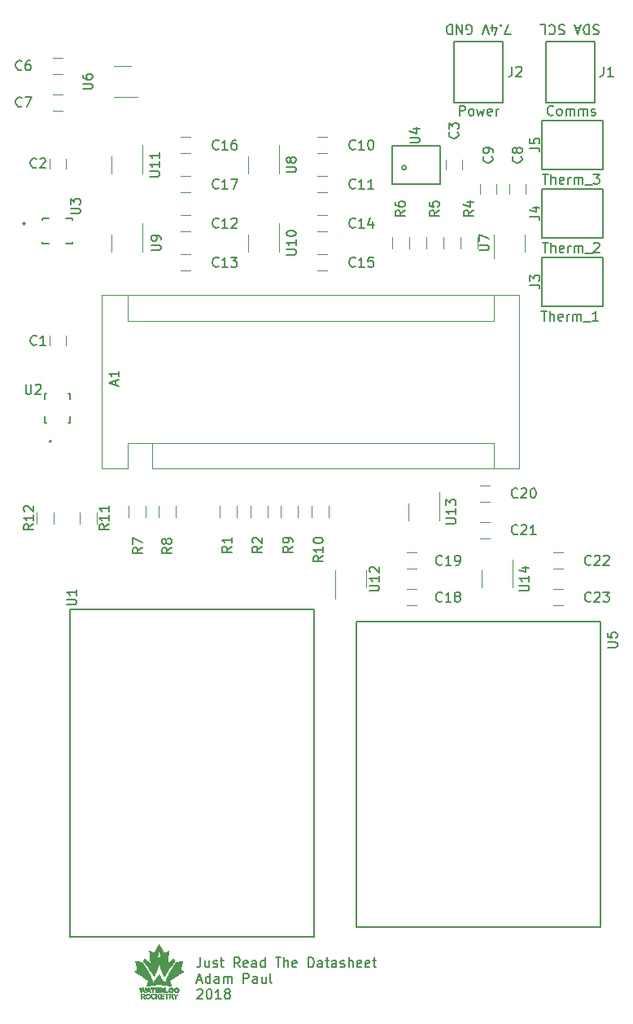
<source format=gto>
G04 #@! TF.FileFunction,Legend,Top*
%FSLAX46Y46*%
G04 Gerber Fmt 4.6, Leading zero omitted, Abs format (unit mm)*
G04 Created by KiCad (PCBNEW 4.0.7) date 04/09/18 23:54:34*
%MOMM*%
%LPD*%
G01*
G04 APERTURE LIST*
%ADD10C,0.100000*%
%ADD11C,0.150000*%
%ADD12C,0.120000*%
%ADD13C,0.010000*%
%ADD14C,0.200000*%
%ADD15C,0.127000*%
G04 APERTURE END LIST*
D10*
D11*
X136961191Y-48490238D02*
X136818334Y-48442619D01*
X136580238Y-48442619D01*
X136485000Y-48490238D01*
X136437381Y-48537857D01*
X136389762Y-48633095D01*
X136389762Y-48728333D01*
X136437381Y-48823571D01*
X136485000Y-48871190D01*
X136580238Y-48918810D01*
X136770715Y-48966429D01*
X136865953Y-49014048D01*
X136913572Y-49061667D01*
X136961191Y-49156905D01*
X136961191Y-49252143D01*
X136913572Y-49347381D01*
X136865953Y-49395000D01*
X136770715Y-49442619D01*
X136532619Y-49442619D01*
X136389762Y-49395000D01*
X135961191Y-48442619D02*
X135961191Y-49442619D01*
X135723096Y-49442619D01*
X135580238Y-49395000D01*
X135485000Y-49299762D01*
X135437381Y-49204524D01*
X135389762Y-49014048D01*
X135389762Y-48871190D01*
X135437381Y-48680714D01*
X135485000Y-48585476D01*
X135580238Y-48490238D01*
X135723096Y-48442619D01*
X135961191Y-48442619D01*
X135008810Y-48728333D02*
X134532619Y-48728333D01*
X135104048Y-48442619D02*
X134770715Y-49442619D01*
X134437381Y-48442619D01*
X133389762Y-48490238D02*
X133246905Y-48442619D01*
X133008809Y-48442619D01*
X132913571Y-48490238D01*
X132865952Y-48537857D01*
X132818333Y-48633095D01*
X132818333Y-48728333D01*
X132865952Y-48823571D01*
X132913571Y-48871190D01*
X133008809Y-48918810D01*
X133199286Y-48966429D01*
X133294524Y-49014048D01*
X133342143Y-49061667D01*
X133389762Y-49156905D01*
X133389762Y-49252143D01*
X133342143Y-49347381D01*
X133294524Y-49395000D01*
X133199286Y-49442619D01*
X132961190Y-49442619D01*
X132818333Y-49395000D01*
X131818333Y-48537857D02*
X131865952Y-48490238D01*
X132008809Y-48442619D01*
X132104047Y-48442619D01*
X132246905Y-48490238D01*
X132342143Y-48585476D01*
X132389762Y-48680714D01*
X132437381Y-48871190D01*
X132437381Y-49014048D01*
X132389762Y-49204524D01*
X132342143Y-49299762D01*
X132246905Y-49395000D01*
X132104047Y-49442619D01*
X132008809Y-49442619D01*
X131865952Y-49395000D01*
X131818333Y-49347381D01*
X130913571Y-48442619D02*
X131389762Y-48442619D01*
X131389762Y-49442619D01*
X127840952Y-49442619D02*
X127174285Y-49442619D01*
X127602857Y-48442619D01*
X126793333Y-48537857D02*
X126745714Y-48490238D01*
X126793333Y-48442619D01*
X126840952Y-48490238D01*
X126793333Y-48537857D01*
X126793333Y-48442619D01*
X125888571Y-49109286D02*
X125888571Y-48442619D01*
X126126667Y-49490238D02*
X126364762Y-48775952D01*
X125745714Y-48775952D01*
X125507619Y-49442619D02*
X125174286Y-48442619D01*
X124840952Y-49442619D01*
X123221904Y-49395000D02*
X123317142Y-49442619D01*
X123459999Y-49442619D01*
X123602857Y-49395000D01*
X123698095Y-49299762D01*
X123745714Y-49204524D01*
X123793333Y-49014048D01*
X123793333Y-48871190D01*
X123745714Y-48680714D01*
X123698095Y-48585476D01*
X123602857Y-48490238D01*
X123459999Y-48442619D01*
X123364761Y-48442619D01*
X123221904Y-48490238D01*
X123174285Y-48537857D01*
X123174285Y-48871190D01*
X123364761Y-48871190D01*
X122745714Y-48442619D02*
X122745714Y-49442619D01*
X122174285Y-48442619D01*
X122174285Y-49442619D01*
X121698095Y-48442619D02*
X121698095Y-49442619D01*
X121460000Y-49442619D01*
X121317142Y-49395000D01*
X121221904Y-49299762D01*
X121174285Y-49204524D01*
X121126666Y-49014048D01*
X121126666Y-48871190D01*
X121174285Y-48680714D01*
X121221904Y-48585476D01*
X121317142Y-48490238D01*
X121460000Y-48442619D01*
X121698095Y-48442619D01*
X122483809Y-57856381D02*
X122483809Y-56856381D01*
X122864762Y-56856381D01*
X122960000Y-56904000D01*
X123007619Y-56951619D01*
X123055238Y-57046857D01*
X123055238Y-57189714D01*
X123007619Y-57284952D01*
X122960000Y-57332571D01*
X122864762Y-57380190D01*
X122483809Y-57380190D01*
X123626666Y-57856381D02*
X123531428Y-57808762D01*
X123483809Y-57761143D01*
X123436190Y-57665905D01*
X123436190Y-57380190D01*
X123483809Y-57284952D01*
X123531428Y-57237333D01*
X123626666Y-57189714D01*
X123769524Y-57189714D01*
X123864762Y-57237333D01*
X123912381Y-57284952D01*
X123960000Y-57380190D01*
X123960000Y-57665905D01*
X123912381Y-57761143D01*
X123864762Y-57808762D01*
X123769524Y-57856381D01*
X123626666Y-57856381D01*
X124293333Y-57189714D02*
X124483809Y-57856381D01*
X124674286Y-57380190D01*
X124864762Y-57856381D01*
X125055238Y-57189714D01*
X125817143Y-57808762D02*
X125721905Y-57856381D01*
X125531428Y-57856381D01*
X125436190Y-57808762D01*
X125388571Y-57713524D01*
X125388571Y-57332571D01*
X125436190Y-57237333D01*
X125531428Y-57189714D01*
X125721905Y-57189714D01*
X125817143Y-57237333D01*
X125864762Y-57332571D01*
X125864762Y-57427810D01*
X125388571Y-57523048D01*
X126293333Y-57856381D02*
X126293333Y-57189714D01*
X126293333Y-57380190D02*
X126340952Y-57284952D01*
X126388571Y-57237333D01*
X126483809Y-57189714D01*
X126579048Y-57189714D01*
X131112000Y-63968381D02*
X131683429Y-63968381D01*
X131397714Y-64968381D02*
X131397714Y-63968381D01*
X132016762Y-64968381D02*
X132016762Y-63968381D01*
X132445334Y-64968381D02*
X132445334Y-64444571D01*
X132397715Y-64349333D01*
X132302477Y-64301714D01*
X132159619Y-64301714D01*
X132064381Y-64349333D01*
X132016762Y-64396952D01*
X133302477Y-64920762D02*
X133207239Y-64968381D01*
X133016762Y-64968381D01*
X132921524Y-64920762D01*
X132873905Y-64825524D01*
X132873905Y-64444571D01*
X132921524Y-64349333D01*
X133016762Y-64301714D01*
X133207239Y-64301714D01*
X133302477Y-64349333D01*
X133350096Y-64444571D01*
X133350096Y-64539810D01*
X132873905Y-64635048D01*
X133778667Y-64968381D02*
X133778667Y-64301714D01*
X133778667Y-64492190D02*
X133826286Y-64396952D01*
X133873905Y-64349333D01*
X133969143Y-64301714D01*
X134064382Y-64301714D01*
X134397715Y-64968381D02*
X134397715Y-64301714D01*
X134397715Y-64396952D02*
X134445334Y-64349333D01*
X134540572Y-64301714D01*
X134683430Y-64301714D01*
X134778668Y-64349333D01*
X134826287Y-64444571D01*
X134826287Y-64968381D01*
X134826287Y-64444571D02*
X134873906Y-64349333D01*
X134969144Y-64301714D01*
X135112001Y-64301714D01*
X135207239Y-64349333D01*
X135254858Y-64444571D01*
X135254858Y-64968381D01*
X135492953Y-65063619D02*
X136254858Y-65063619D01*
X136397715Y-63968381D02*
X137016763Y-63968381D01*
X136683429Y-64349333D01*
X136826287Y-64349333D01*
X136921525Y-64396952D01*
X136969144Y-64444571D01*
X137016763Y-64539810D01*
X137016763Y-64777905D01*
X136969144Y-64873143D01*
X136921525Y-64920762D01*
X136826287Y-64968381D01*
X136540572Y-64968381D01*
X136445334Y-64920762D01*
X136397715Y-64873143D01*
X130985000Y-78192381D02*
X131556429Y-78192381D01*
X131270714Y-79192381D02*
X131270714Y-78192381D01*
X131889762Y-79192381D02*
X131889762Y-78192381D01*
X132318334Y-79192381D02*
X132318334Y-78668571D01*
X132270715Y-78573333D01*
X132175477Y-78525714D01*
X132032619Y-78525714D01*
X131937381Y-78573333D01*
X131889762Y-78620952D01*
X133175477Y-79144762D02*
X133080239Y-79192381D01*
X132889762Y-79192381D01*
X132794524Y-79144762D01*
X132746905Y-79049524D01*
X132746905Y-78668571D01*
X132794524Y-78573333D01*
X132889762Y-78525714D01*
X133080239Y-78525714D01*
X133175477Y-78573333D01*
X133223096Y-78668571D01*
X133223096Y-78763810D01*
X132746905Y-78859048D01*
X133651667Y-79192381D02*
X133651667Y-78525714D01*
X133651667Y-78716190D02*
X133699286Y-78620952D01*
X133746905Y-78573333D01*
X133842143Y-78525714D01*
X133937382Y-78525714D01*
X134270715Y-79192381D02*
X134270715Y-78525714D01*
X134270715Y-78620952D02*
X134318334Y-78573333D01*
X134413572Y-78525714D01*
X134556430Y-78525714D01*
X134651668Y-78573333D01*
X134699287Y-78668571D01*
X134699287Y-79192381D01*
X134699287Y-78668571D02*
X134746906Y-78573333D01*
X134842144Y-78525714D01*
X134985001Y-78525714D01*
X135080239Y-78573333D01*
X135127858Y-78668571D01*
X135127858Y-79192381D01*
X135365953Y-79287619D02*
X136127858Y-79287619D01*
X136889763Y-79192381D02*
X136318334Y-79192381D01*
X136604048Y-79192381D02*
X136604048Y-78192381D01*
X136508810Y-78335238D01*
X136413572Y-78430476D01*
X136318334Y-78478095D01*
X131112000Y-71080381D02*
X131683429Y-71080381D01*
X131397714Y-72080381D02*
X131397714Y-71080381D01*
X132016762Y-72080381D02*
X132016762Y-71080381D01*
X132445334Y-72080381D02*
X132445334Y-71556571D01*
X132397715Y-71461333D01*
X132302477Y-71413714D01*
X132159619Y-71413714D01*
X132064381Y-71461333D01*
X132016762Y-71508952D01*
X133302477Y-72032762D02*
X133207239Y-72080381D01*
X133016762Y-72080381D01*
X132921524Y-72032762D01*
X132873905Y-71937524D01*
X132873905Y-71556571D01*
X132921524Y-71461333D01*
X133016762Y-71413714D01*
X133207239Y-71413714D01*
X133302477Y-71461333D01*
X133350096Y-71556571D01*
X133350096Y-71651810D01*
X132873905Y-71747048D01*
X133778667Y-72080381D02*
X133778667Y-71413714D01*
X133778667Y-71604190D02*
X133826286Y-71508952D01*
X133873905Y-71461333D01*
X133969143Y-71413714D01*
X134064382Y-71413714D01*
X134397715Y-72080381D02*
X134397715Y-71413714D01*
X134397715Y-71508952D02*
X134445334Y-71461333D01*
X134540572Y-71413714D01*
X134683430Y-71413714D01*
X134778668Y-71461333D01*
X134826287Y-71556571D01*
X134826287Y-72080381D01*
X134826287Y-71556571D02*
X134873906Y-71461333D01*
X134969144Y-71413714D01*
X135112001Y-71413714D01*
X135207239Y-71461333D01*
X135254858Y-71556571D01*
X135254858Y-72080381D01*
X135492953Y-72175619D02*
X136254858Y-72175619D01*
X136445334Y-71175619D02*
X136492953Y-71128000D01*
X136588191Y-71080381D01*
X136826287Y-71080381D01*
X136921525Y-71128000D01*
X136969144Y-71175619D01*
X137016763Y-71270857D01*
X137016763Y-71366095D01*
X136969144Y-71508952D01*
X136397715Y-72080381D01*
X137016763Y-72080381D01*
X132231048Y-57761143D02*
X132183429Y-57808762D01*
X132040572Y-57856381D01*
X131945334Y-57856381D01*
X131802476Y-57808762D01*
X131707238Y-57713524D01*
X131659619Y-57618286D01*
X131612000Y-57427810D01*
X131612000Y-57284952D01*
X131659619Y-57094476D01*
X131707238Y-56999238D01*
X131802476Y-56904000D01*
X131945334Y-56856381D01*
X132040572Y-56856381D01*
X132183429Y-56904000D01*
X132231048Y-56951619D01*
X132802476Y-57856381D02*
X132707238Y-57808762D01*
X132659619Y-57761143D01*
X132612000Y-57665905D01*
X132612000Y-57380190D01*
X132659619Y-57284952D01*
X132707238Y-57237333D01*
X132802476Y-57189714D01*
X132945334Y-57189714D01*
X133040572Y-57237333D01*
X133088191Y-57284952D01*
X133135810Y-57380190D01*
X133135810Y-57665905D01*
X133088191Y-57761143D01*
X133040572Y-57808762D01*
X132945334Y-57856381D01*
X132802476Y-57856381D01*
X133564381Y-57856381D02*
X133564381Y-57189714D01*
X133564381Y-57284952D02*
X133612000Y-57237333D01*
X133707238Y-57189714D01*
X133850096Y-57189714D01*
X133945334Y-57237333D01*
X133992953Y-57332571D01*
X133992953Y-57856381D01*
X133992953Y-57332571D02*
X134040572Y-57237333D01*
X134135810Y-57189714D01*
X134278667Y-57189714D01*
X134373905Y-57237333D01*
X134421524Y-57332571D01*
X134421524Y-57856381D01*
X134897714Y-57856381D02*
X134897714Y-57189714D01*
X134897714Y-57284952D02*
X134945333Y-57237333D01*
X135040571Y-57189714D01*
X135183429Y-57189714D01*
X135278667Y-57237333D01*
X135326286Y-57332571D01*
X135326286Y-57856381D01*
X135326286Y-57332571D02*
X135373905Y-57237333D01*
X135469143Y-57189714D01*
X135612000Y-57189714D01*
X135707238Y-57237333D01*
X135754857Y-57332571D01*
X135754857Y-57856381D01*
X136183428Y-57808762D02*
X136278666Y-57856381D01*
X136469142Y-57856381D01*
X136564381Y-57808762D01*
X136612000Y-57713524D01*
X136612000Y-57665905D01*
X136564381Y-57570667D01*
X136469142Y-57523048D01*
X136326285Y-57523048D01*
X136231047Y-57475429D01*
X136183428Y-57380190D01*
X136183428Y-57332571D01*
X136231047Y-57237333D01*
X136326285Y-57189714D01*
X136469142Y-57189714D01*
X136564381Y-57237333D01*
X95519810Y-145376381D02*
X95519810Y-146090667D01*
X95472190Y-146233524D01*
X95376952Y-146328762D01*
X95234095Y-146376381D01*
X95138857Y-146376381D01*
X96424572Y-145709714D02*
X96424572Y-146376381D01*
X95996000Y-145709714D02*
X95996000Y-146233524D01*
X96043619Y-146328762D01*
X96138857Y-146376381D01*
X96281715Y-146376381D01*
X96376953Y-146328762D01*
X96424572Y-146281143D01*
X96853143Y-146328762D02*
X96948381Y-146376381D01*
X97138857Y-146376381D01*
X97234096Y-146328762D01*
X97281715Y-146233524D01*
X97281715Y-146185905D01*
X97234096Y-146090667D01*
X97138857Y-146043048D01*
X96996000Y-146043048D01*
X96900762Y-145995429D01*
X96853143Y-145900190D01*
X96853143Y-145852571D01*
X96900762Y-145757333D01*
X96996000Y-145709714D01*
X97138857Y-145709714D01*
X97234096Y-145757333D01*
X97567429Y-145709714D02*
X97948381Y-145709714D01*
X97710286Y-145376381D02*
X97710286Y-146233524D01*
X97757905Y-146328762D01*
X97853143Y-146376381D01*
X97948381Y-146376381D01*
X99615049Y-146376381D02*
X99281715Y-145900190D01*
X99043620Y-146376381D02*
X99043620Y-145376381D01*
X99424573Y-145376381D01*
X99519811Y-145424000D01*
X99567430Y-145471619D01*
X99615049Y-145566857D01*
X99615049Y-145709714D01*
X99567430Y-145804952D01*
X99519811Y-145852571D01*
X99424573Y-145900190D01*
X99043620Y-145900190D01*
X100424573Y-146328762D02*
X100329335Y-146376381D01*
X100138858Y-146376381D01*
X100043620Y-146328762D01*
X99996001Y-146233524D01*
X99996001Y-145852571D01*
X100043620Y-145757333D01*
X100138858Y-145709714D01*
X100329335Y-145709714D01*
X100424573Y-145757333D01*
X100472192Y-145852571D01*
X100472192Y-145947810D01*
X99996001Y-146043048D01*
X101329335Y-146376381D02*
X101329335Y-145852571D01*
X101281716Y-145757333D01*
X101186478Y-145709714D01*
X100996001Y-145709714D01*
X100900763Y-145757333D01*
X101329335Y-146328762D02*
X101234097Y-146376381D01*
X100996001Y-146376381D01*
X100900763Y-146328762D01*
X100853144Y-146233524D01*
X100853144Y-146138286D01*
X100900763Y-146043048D01*
X100996001Y-145995429D01*
X101234097Y-145995429D01*
X101329335Y-145947810D01*
X102234097Y-146376381D02*
X102234097Y-145376381D01*
X102234097Y-146328762D02*
X102138859Y-146376381D01*
X101948382Y-146376381D01*
X101853144Y-146328762D01*
X101805525Y-146281143D01*
X101757906Y-146185905D01*
X101757906Y-145900190D01*
X101805525Y-145804952D01*
X101853144Y-145757333D01*
X101948382Y-145709714D01*
X102138859Y-145709714D01*
X102234097Y-145757333D01*
X103329335Y-145376381D02*
X103900764Y-145376381D01*
X103615049Y-146376381D02*
X103615049Y-145376381D01*
X104234097Y-146376381D02*
X104234097Y-145376381D01*
X104662669Y-146376381D02*
X104662669Y-145852571D01*
X104615050Y-145757333D01*
X104519812Y-145709714D01*
X104376954Y-145709714D01*
X104281716Y-145757333D01*
X104234097Y-145804952D01*
X105519812Y-146328762D02*
X105424574Y-146376381D01*
X105234097Y-146376381D01*
X105138859Y-146328762D01*
X105091240Y-146233524D01*
X105091240Y-145852571D01*
X105138859Y-145757333D01*
X105234097Y-145709714D01*
X105424574Y-145709714D01*
X105519812Y-145757333D01*
X105567431Y-145852571D01*
X105567431Y-145947810D01*
X105091240Y-146043048D01*
X106757907Y-146376381D02*
X106757907Y-145376381D01*
X106996002Y-145376381D01*
X107138860Y-145424000D01*
X107234098Y-145519238D01*
X107281717Y-145614476D01*
X107329336Y-145804952D01*
X107329336Y-145947810D01*
X107281717Y-146138286D01*
X107234098Y-146233524D01*
X107138860Y-146328762D01*
X106996002Y-146376381D01*
X106757907Y-146376381D01*
X108186479Y-146376381D02*
X108186479Y-145852571D01*
X108138860Y-145757333D01*
X108043622Y-145709714D01*
X107853145Y-145709714D01*
X107757907Y-145757333D01*
X108186479Y-146328762D02*
X108091241Y-146376381D01*
X107853145Y-146376381D01*
X107757907Y-146328762D01*
X107710288Y-146233524D01*
X107710288Y-146138286D01*
X107757907Y-146043048D01*
X107853145Y-145995429D01*
X108091241Y-145995429D01*
X108186479Y-145947810D01*
X108519812Y-145709714D02*
X108900764Y-145709714D01*
X108662669Y-145376381D02*
X108662669Y-146233524D01*
X108710288Y-146328762D01*
X108805526Y-146376381D01*
X108900764Y-146376381D01*
X109662670Y-146376381D02*
X109662670Y-145852571D01*
X109615051Y-145757333D01*
X109519813Y-145709714D01*
X109329336Y-145709714D01*
X109234098Y-145757333D01*
X109662670Y-146328762D02*
X109567432Y-146376381D01*
X109329336Y-146376381D01*
X109234098Y-146328762D01*
X109186479Y-146233524D01*
X109186479Y-146138286D01*
X109234098Y-146043048D01*
X109329336Y-145995429D01*
X109567432Y-145995429D01*
X109662670Y-145947810D01*
X110091241Y-146328762D02*
X110186479Y-146376381D01*
X110376955Y-146376381D01*
X110472194Y-146328762D01*
X110519813Y-146233524D01*
X110519813Y-146185905D01*
X110472194Y-146090667D01*
X110376955Y-146043048D01*
X110234098Y-146043048D01*
X110138860Y-145995429D01*
X110091241Y-145900190D01*
X110091241Y-145852571D01*
X110138860Y-145757333D01*
X110234098Y-145709714D01*
X110376955Y-145709714D01*
X110472194Y-145757333D01*
X110948384Y-146376381D02*
X110948384Y-145376381D01*
X111376956Y-146376381D02*
X111376956Y-145852571D01*
X111329337Y-145757333D01*
X111234099Y-145709714D01*
X111091241Y-145709714D01*
X110996003Y-145757333D01*
X110948384Y-145804952D01*
X112234099Y-146328762D02*
X112138861Y-146376381D01*
X111948384Y-146376381D01*
X111853146Y-146328762D01*
X111805527Y-146233524D01*
X111805527Y-145852571D01*
X111853146Y-145757333D01*
X111948384Y-145709714D01*
X112138861Y-145709714D01*
X112234099Y-145757333D01*
X112281718Y-145852571D01*
X112281718Y-145947810D01*
X111805527Y-146043048D01*
X113091242Y-146328762D02*
X112996004Y-146376381D01*
X112805527Y-146376381D01*
X112710289Y-146328762D01*
X112662670Y-146233524D01*
X112662670Y-145852571D01*
X112710289Y-145757333D01*
X112805527Y-145709714D01*
X112996004Y-145709714D01*
X113091242Y-145757333D01*
X113138861Y-145852571D01*
X113138861Y-145947810D01*
X112662670Y-146043048D01*
X113424575Y-145709714D02*
X113805527Y-145709714D01*
X113567432Y-145376381D02*
X113567432Y-146233524D01*
X113615051Y-146328762D01*
X113710289Y-146376381D01*
X113805527Y-146376381D01*
X95186476Y-147740667D02*
X95662667Y-147740667D01*
X95091238Y-148026381D02*
X95424571Y-147026381D01*
X95757905Y-148026381D01*
X96519810Y-148026381D02*
X96519810Y-147026381D01*
X96519810Y-147978762D02*
X96424572Y-148026381D01*
X96234095Y-148026381D01*
X96138857Y-147978762D01*
X96091238Y-147931143D01*
X96043619Y-147835905D01*
X96043619Y-147550190D01*
X96091238Y-147454952D01*
X96138857Y-147407333D01*
X96234095Y-147359714D01*
X96424572Y-147359714D01*
X96519810Y-147407333D01*
X97424572Y-148026381D02*
X97424572Y-147502571D01*
X97376953Y-147407333D01*
X97281715Y-147359714D01*
X97091238Y-147359714D01*
X96996000Y-147407333D01*
X97424572Y-147978762D02*
X97329334Y-148026381D01*
X97091238Y-148026381D01*
X96996000Y-147978762D01*
X96948381Y-147883524D01*
X96948381Y-147788286D01*
X96996000Y-147693048D01*
X97091238Y-147645429D01*
X97329334Y-147645429D01*
X97424572Y-147597810D01*
X97900762Y-148026381D02*
X97900762Y-147359714D01*
X97900762Y-147454952D02*
X97948381Y-147407333D01*
X98043619Y-147359714D01*
X98186477Y-147359714D01*
X98281715Y-147407333D01*
X98329334Y-147502571D01*
X98329334Y-148026381D01*
X98329334Y-147502571D02*
X98376953Y-147407333D01*
X98472191Y-147359714D01*
X98615048Y-147359714D01*
X98710286Y-147407333D01*
X98757905Y-147502571D01*
X98757905Y-148026381D01*
X99996000Y-148026381D02*
X99996000Y-147026381D01*
X100376953Y-147026381D01*
X100472191Y-147074000D01*
X100519810Y-147121619D01*
X100567429Y-147216857D01*
X100567429Y-147359714D01*
X100519810Y-147454952D01*
X100472191Y-147502571D01*
X100376953Y-147550190D01*
X99996000Y-147550190D01*
X101424572Y-148026381D02*
X101424572Y-147502571D01*
X101376953Y-147407333D01*
X101281715Y-147359714D01*
X101091238Y-147359714D01*
X100996000Y-147407333D01*
X101424572Y-147978762D02*
X101329334Y-148026381D01*
X101091238Y-148026381D01*
X100996000Y-147978762D01*
X100948381Y-147883524D01*
X100948381Y-147788286D01*
X100996000Y-147693048D01*
X101091238Y-147645429D01*
X101329334Y-147645429D01*
X101424572Y-147597810D01*
X102329334Y-147359714D02*
X102329334Y-148026381D01*
X101900762Y-147359714D02*
X101900762Y-147883524D01*
X101948381Y-147978762D01*
X102043619Y-148026381D01*
X102186477Y-148026381D01*
X102281715Y-147978762D01*
X102329334Y-147931143D01*
X102948381Y-148026381D02*
X102853143Y-147978762D01*
X102805524Y-147883524D01*
X102805524Y-147026381D01*
X95186476Y-148771619D02*
X95234095Y-148724000D01*
X95329333Y-148676381D01*
X95567429Y-148676381D01*
X95662667Y-148724000D01*
X95710286Y-148771619D01*
X95757905Y-148866857D01*
X95757905Y-148962095D01*
X95710286Y-149104952D01*
X95138857Y-149676381D01*
X95757905Y-149676381D01*
X96376952Y-148676381D02*
X96472191Y-148676381D01*
X96567429Y-148724000D01*
X96615048Y-148771619D01*
X96662667Y-148866857D01*
X96710286Y-149057333D01*
X96710286Y-149295429D01*
X96662667Y-149485905D01*
X96615048Y-149581143D01*
X96567429Y-149628762D01*
X96472191Y-149676381D01*
X96376952Y-149676381D01*
X96281714Y-149628762D01*
X96234095Y-149581143D01*
X96186476Y-149485905D01*
X96138857Y-149295429D01*
X96138857Y-149057333D01*
X96186476Y-148866857D01*
X96234095Y-148771619D01*
X96281714Y-148724000D01*
X96376952Y-148676381D01*
X97662667Y-149676381D02*
X97091238Y-149676381D01*
X97376952Y-149676381D02*
X97376952Y-148676381D01*
X97281714Y-148819238D01*
X97186476Y-148914476D01*
X97091238Y-148962095D01*
X98234095Y-149104952D02*
X98138857Y-149057333D01*
X98091238Y-149009714D01*
X98043619Y-148914476D01*
X98043619Y-148866857D01*
X98091238Y-148771619D01*
X98138857Y-148724000D01*
X98234095Y-148676381D01*
X98424572Y-148676381D01*
X98519810Y-148724000D01*
X98567429Y-148771619D01*
X98615048Y-148866857D01*
X98615048Y-148914476D01*
X98567429Y-149009714D01*
X98519810Y-149057333D01*
X98424572Y-149104952D01*
X98234095Y-149104952D01*
X98138857Y-149152571D01*
X98091238Y-149200190D01*
X98043619Y-149295429D01*
X98043619Y-149485905D01*
X98091238Y-149581143D01*
X98138857Y-149628762D01*
X98234095Y-149676381D01*
X98424572Y-149676381D01*
X98519810Y-149628762D01*
X98567429Y-149581143D01*
X98615048Y-149485905D01*
X98615048Y-149295429D01*
X98567429Y-149200190D01*
X98519810Y-149152571D01*
X98424572Y-149104952D01*
X127000000Y-56515000D02*
X127000000Y-50165000D01*
X127000000Y-50165000D02*
X121920000Y-50165000D01*
X121920000Y-50165000D02*
X121920000Y-56515000D01*
X126925000Y-56515000D02*
X121995000Y-56515000D01*
D12*
X117135000Y-98160000D02*
X117135000Y-99960000D01*
X120355000Y-99960000D02*
X120355000Y-97010000D01*
X90487500Y-91884500D02*
X87947500Y-91884500D01*
X87947500Y-91884500D02*
X87947500Y-94554500D01*
X90487500Y-94554500D02*
X128717500Y-94554500D01*
X85277500Y-94554500D02*
X87947500Y-94554500D01*
X87947500Y-79184500D02*
X87947500Y-76514500D01*
X87947500Y-79184500D02*
X126047500Y-79184500D01*
X126047500Y-79184500D02*
X126047500Y-76514500D01*
X90487500Y-91884500D02*
X90487500Y-94554500D01*
X90487500Y-91884500D02*
X126047500Y-91884500D01*
X126047500Y-91884500D02*
X126047500Y-94554500D01*
X128717500Y-94554500D02*
X128717500Y-76514500D01*
X128717500Y-76514500D02*
X85277500Y-76514500D01*
X85277500Y-76514500D02*
X85277500Y-94554500D01*
X79795000Y-80780000D02*
X79795000Y-81780000D01*
X81495000Y-81780000D02*
X81495000Y-80780000D01*
X79795000Y-62365000D02*
X79795000Y-63365000D01*
X81495000Y-63365000D02*
X81495000Y-62365000D01*
X121070000Y-62492000D02*
X121070000Y-63492000D01*
X122770000Y-63492000D02*
X122770000Y-62492000D01*
X80145000Y-53555000D02*
X81145000Y-53555000D01*
X81145000Y-51855000D02*
X80145000Y-51855000D01*
X80145000Y-57365000D02*
X81145000Y-57365000D01*
X81145000Y-55665000D02*
X80145000Y-55665000D01*
X127674000Y-65032000D02*
X127674000Y-66032000D01*
X129374000Y-66032000D02*
X129374000Y-65032000D01*
X124626000Y-65032000D02*
X124626000Y-66032000D01*
X126326000Y-66032000D02*
X126326000Y-65032000D01*
X108704000Y-60110000D02*
X107704000Y-60110000D01*
X107704000Y-61810000D02*
X108704000Y-61810000D01*
X108704000Y-64174000D02*
X107704000Y-64174000D01*
X107704000Y-65874000D02*
X108704000Y-65874000D01*
X94480000Y-68238000D02*
X93480000Y-68238000D01*
X93480000Y-69938000D02*
X94480000Y-69938000D01*
X94480000Y-72302000D02*
X93480000Y-72302000D01*
X93480000Y-74002000D02*
X94480000Y-74002000D01*
X108704000Y-68238000D02*
X107704000Y-68238000D01*
X107704000Y-69938000D02*
X108704000Y-69938000D01*
X108704000Y-72302000D02*
X107704000Y-72302000D01*
X107704000Y-74002000D02*
X108704000Y-74002000D01*
X94480000Y-60110000D02*
X93480000Y-60110000D01*
X93480000Y-61810000D02*
X94480000Y-61810000D01*
X94480000Y-64174000D02*
X93480000Y-64174000D01*
X93480000Y-65874000D02*
X94480000Y-65874000D01*
X117975000Y-107100000D02*
X116975000Y-107100000D01*
X116975000Y-108800000D02*
X117975000Y-108800000D01*
X117975000Y-103290000D02*
X116975000Y-103290000D01*
X116975000Y-104990000D02*
X117975000Y-104990000D01*
X125595000Y-96305000D02*
X124595000Y-96305000D01*
X124595000Y-98005000D02*
X125595000Y-98005000D01*
X125595000Y-100115000D02*
X124595000Y-100115000D01*
X124595000Y-101815000D02*
X125595000Y-101815000D01*
X133215000Y-103290000D02*
X132215000Y-103290000D01*
X132215000Y-104990000D02*
X133215000Y-104990000D01*
X133215000Y-107100000D02*
X132215000Y-107100000D01*
X132215000Y-108800000D02*
X133215000Y-108800000D01*
D11*
X136525000Y-56515000D02*
X136525000Y-50165000D01*
X136525000Y-50165000D02*
X131445000Y-50165000D01*
X131445000Y-50165000D02*
X131445000Y-56515000D01*
X136450000Y-56515000D02*
X131520000Y-56515000D01*
X131064000Y-77724000D02*
X137414000Y-77724000D01*
X137414000Y-77724000D02*
X137414000Y-72644000D01*
X137414000Y-72644000D02*
X131064000Y-72644000D01*
X131064000Y-77649000D02*
X131064000Y-72719000D01*
X131064000Y-70612000D02*
X137414000Y-70612000D01*
X137414000Y-70612000D02*
X137414000Y-65532000D01*
X137414000Y-65532000D02*
X131064000Y-65532000D01*
X131064000Y-70537000D02*
X131064000Y-65607000D01*
X131064000Y-63500000D02*
X137414000Y-63500000D01*
X137414000Y-63500000D02*
X137414000Y-58420000D01*
X137414000Y-58420000D02*
X131064000Y-58420000D01*
X131064000Y-63425000D02*
X131064000Y-58495000D01*
D12*
X99305000Y-98460000D02*
X99305000Y-99660000D01*
X97545000Y-99660000D02*
X97545000Y-98460000D01*
X102480000Y-98460000D02*
X102480000Y-99660000D01*
X100720000Y-99660000D02*
X100720000Y-98460000D01*
X122564000Y-71720000D02*
X122564000Y-70520000D01*
X124324000Y-70520000D02*
X124324000Y-71720000D01*
X119008000Y-71720000D02*
X119008000Y-70520000D01*
X120768000Y-70520000D02*
X120768000Y-71720000D01*
X115452000Y-71720000D02*
X115452000Y-70520000D01*
X117212000Y-70520000D02*
X117212000Y-71720000D01*
D11*
X107315000Y-109220000D02*
X107315000Y-143256000D01*
X81915000Y-109220000D02*
X81915000Y-143256000D01*
X107315000Y-109220000D02*
X81915000Y-109220000D01*
X107315000Y-143256000D02*
X81915000Y-143256000D01*
X111760000Y-110490000D02*
X137160000Y-110490000D01*
X111760000Y-142240000D02*
X137160000Y-142240000D01*
X111760000Y-142240000D02*
X111760000Y-110490000D01*
X137160000Y-142240000D02*
X137160000Y-110490000D01*
D12*
X89780000Y-98460000D02*
X89780000Y-99660000D01*
X88020000Y-99660000D02*
X88020000Y-98460000D01*
X92955000Y-98460000D02*
X92955000Y-99660000D01*
X91195000Y-99660000D02*
X91195000Y-98460000D01*
X105655000Y-98460000D02*
X105655000Y-99660000D01*
X103895000Y-99660000D02*
X103895000Y-98460000D01*
X108830000Y-98460000D02*
X108830000Y-99660000D01*
X107070000Y-99660000D02*
X107070000Y-98460000D01*
X88276000Y-52746000D02*
X86476000Y-52746000D01*
X86476000Y-55966000D02*
X88926000Y-55966000D01*
X129245000Y-72020000D02*
X129245000Y-70220000D01*
X126025000Y-70220000D02*
X126025000Y-72670000D01*
X100498000Y-62092000D02*
X100498000Y-63892000D01*
X103718000Y-63892000D02*
X103718000Y-60942000D01*
X86274000Y-70220000D02*
X86274000Y-72020000D01*
X89494000Y-72020000D02*
X89494000Y-69070000D01*
X100498000Y-70220000D02*
X100498000Y-72020000D01*
X103718000Y-72020000D02*
X103718000Y-69070000D01*
X86274000Y-62092000D02*
X86274000Y-63892000D01*
X89494000Y-63892000D02*
X89494000Y-60942000D01*
X112735000Y-106945000D02*
X112735000Y-105145000D01*
X109515000Y-105145000D02*
X109515000Y-108095000D01*
X124755000Y-105145000D02*
X124755000Y-106945000D01*
X127975000Y-106945000D02*
X127975000Y-103995000D01*
D13*
G36*
X90065483Y-149132705D02*
X90113615Y-149144425D01*
X90156790Y-149164407D01*
X90194351Y-149191709D01*
X90225643Y-149225386D01*
X90250009Y-149264497D01*
X90266792Y-149308099D01*
X90275337Y-149355248D01*
X90274985Y-149405002D01*
X90271606Y-149428776D01*
X90260014Y-149467915D01*
X90240679Y-149506600D01*
X90215305Y-149542442D01*
X90185596Y-149573054D01*
X90153255Y-149596047D01*
X90151621Y-149596942D01*
X90111445Y-149613535D01*
X90066560Y-149623375D01*
X90020156Y-149626103D01*
X89975419Y-149621360D01*
X89962251Y-149618280D01*
X89918252Y-149601519D01*
X89879705Y-149577046D01*
X89847094Y-149546012D01*
X89820906Y-149509571D01*
X89801627Y-149468874D01*
X89789743Y-149425073D01*
X89785739Y-149379320D01*
X89785918Y-149377400D01*
X89847428Y-149377400D01*
X89847715Y-149402749D01*
X89848922Y-149421037D01*
X89851567Y-149435356D01*
X89856165Y-149448797D01*
X89861312Y-149460386D01*
X89881593Y-149496622D01*
X89905072Y-149524649D01*
X89930152Y-149544342D01*
X89968288Y-149562972D01*
X90009356Y-149572491D01*
X90051528Y-149572768D01*
X90092978Y-149563668D01*
X90108930Y-149557380D01*
X90141131Y-149537812D01*
X90169946Y-149510348D01*
X90193233Y-149477173D01*
X90199565Y-149464867D01*
X90205733Y-149450659D01*
X90209711Y-149437748D01*
X90211966Y-149423218D01*
X90212966Y-149404151D01*
X90213180Y-149379940D01*
X90212940Y-149354236D01*
X90211888Y-149335692D01*
X90209523Y-149321311D01*
X90205347Y-149308097D01*
X90198857Y-149293053D01*
X90198579Y-149292450D01*
X90180717Y-149262866D01*
X90156244Y-149234840D01*
X90128150Y-149211397D01*
X90105233Y-149198046D01*
X90091281Y-149192532D01*
X90076519Y-149189137D01*
X90057911Y-149187411D01*
X90032418Y-149186901D01*
X90030300Y-149186900D01*
X90005626Y-149187209D01*
X89987916Y-149188515D01*
X89973981Y-149191379D01*
X89960633Y-149196366D01*
X89950927Y-149200931D01*
X89921059Y-149220254D01*
X89893267Y-149246855D01*
X89870282Y-149277874D01*
X89861038Y-149295012D01*
X89854713Y-149309662D01*
X89850699Y-149323011D01*
X89848487Y-149338131D01*
X89847571Y-149358097D01*
X89847428Y-149377400D01*
X89785918Y-149377400D01*
X89790101Y-149332767D01*
X89803316Y-149286567D01*
X89813081Y-149264582D01*
X89839177Y-149223286D01*
X89872165Y-149188749D01*
X89910832Y-149161605D01*
X89953965Y-149142487D01*
X90000351Y-149132031D01*
X90048775Y-149130871D01*
X90065483Y-149132705D01*
X90065483Y-149132705D01*
G37*
X90065483Y-149132705D02*
X90113615Y-149144425D01*
X90156790Y-149164407D01*
X90194351Y-149191709D01*
X90225643Y-149225386D01*
X90250009Y-149264497D01*
X90266792Y-149308099D01*
X90275337Y-149355248D01*
X90274985Y-149405002D01*
X90271606Y-149428776D01*
X90260014Y-149467915D01*
X90240679Y-149506600D01*
X90215305Y-149542442D01*
X90185596Y-149573054D01*
X90153255Y-149596047D01*
X90151621Y-149596942D01*
X90111445Y-149613535D01*
X90066560Y-149623375D01*
X90020156Y-149626103D01*
X89975419Y-149621360D01*
X89962251Y-149618280D01*
X89918252Y-149601519D01*
X89879705Y-149577046D01*
X89847094Y-149546012D01*
X89820906Y-149509571D01*
X89801627Y-149468874D01*
X89789743Y-149425073D01*
X89785739Y-149379320D01*
X89785918Y-149377400D01*
X89847428Y-149377400D01*
X89847715Y-149402749D01*
X89848922Y-149421037D01*
X89851567Y-149435356D01*
X89856165Y-149448797D01*
X89861312Y-149460386D01*
X89881593Y-149496622D01*
X89905072Y-149524649D01*
X89930152Y-149544342D01*
X89968288Y-149562972D01*
X90009356Y-149572491D01*
X90051528Y-149572768D01*
X90092978Y-149563668D01*
X90108930Y-149557380D01*
X90141131Y-149537812D01*
X90169946Y-149510348D01*
X90193233Y-149477173D01*
X90199565Y-149464867D01*
X90205733Y-149450659D01*
X90209711Y-149437748D01*
X90211966Y-149423218D01*
X90212966Y-149404151D01*
X90213180Y-149379940D01*
X90212940Y-149354236D01*
X90211888Y-149335692D01*
X90209523Y-149321311D01*
X90205347Y-149308097D01*
X90198857Y-149293053D01*
X90198579Y-149292450D01*
X90180717Y-149262866D01*
X90156244Y-149234840D01*
X90128150Y-149211397D01*
X90105233Y-149198046D01*
X90091281Y-149192532D01*
X90076519Y-149189137D01*
X90057911Y-149187411D01*
X90032418Y-149186901D01*
X90030300Y-149186900D01*
X90005626Y-149187209D01*
X89987916Y-149188515D01*
X89973981Y-149191379D01*
X89960633Y-149196366D01*
X89950927Y-149200931D01*
X89921059Y-149220254D01*
X89893267Y-149246855D01*
X89870282Y-149277874D01*
X89861038Y-149295012D01*
X89854713Y-149309662D01*
X89850699Y-149323011D01*
X89848487Y-149338131D01*
X89847571Y-149358097D01*
X89847428Y-149377400D01*
X89785918Y-149377400D01*
X89790101Y-149332767D01*
X89803316Y-149286567D01*
X89813081Y-149264582D01*
X89839177Y-149223286D01*
X89872165Y-149188749D01*
X89910832Y-149161605D01*
X89953965Y-149142487D01*
X90000351Y-149132031D01*
X90048775Y-149130871D01*
X90065483Y-149132705D01*
G36*
X90634697Y-149133833D02*
X90678559Y-149145926D01*
X90719489Y-149166265D01*
X90749609Y-149188980D01*
X90771980Y-149209066D01*
X90753269Y-149228038D01*
X90742122Y-149238902D01*
X90735061Y-149243423D01*
X90729153Y-149242599D01*
X90722789Y-149238401D01*
X90690044Y-149215936D01*
X90661614Y-149200221D01*
X90635067Y-149190407D01*
X90607973Y-149185646D01*
X90577902Y-149185089D01*
X90571047Y-149185422D01*
X90530855Y-149191526D01*
X90496176Y-149205415D01*
X90465030Y-149228033D01*
X90450063Y-149243021D01*
X90428103Y-149270861D01*
X90413385Y-149299481D01*
X90404950Y-149331546D01*
X90401841Y-149369723D01*
X90401772Y-149377400D01*
X90404284Y-149418255D01*
X90412399Y-149452919D01*
X90426986Y-149484188D01*
X90441623Y-149505699D01*
X90468253Y-149532642D01*
X90501431Y-149553687D01*
X90538818Y-149567856D01*
X90578073Y-149574172D01*
X90604095Y-149573541D01*
X90636742Y-149566483D01*
X90670770Y-149552985D01*
X90701825Y-149534996D01*
X90717142Y-149522928D01*
X90737251Y-149504761D01*
X90756163Y-149524130D01*
X90775076Y-149543498D01*
X90755923Y-149560315D01*
X90715507Y-149590553D01*
X90673458Y-149611216D01*
X90628234Y-149622888D01*
X90582214Y-149626188D01*
X90549604Y-149624632D01*
X90521698Y-149619670D01*
X90504120Y-149614409D01*
X90460738Y-149594633D01*
X90423458Y-149567656D01*
X90392622Y-149534646D01*
X90368571Y-149496769D01*
X90351646Y-149455193D01*
X90342189Y-149411086D01*
X90340541Y-149365616D01*
X90347044Y-149319949D01*
X90362039Y-149275254D01*
X90385867Y-149232698D01*
X90390581Y-149226086D01*
X90421799Y-149191834D01*
X90458724Y-149164934D01*
X90499916Y-149145535D01*
X90543936Y-149133786D01*
X90589343Y-149129836D01*
X90634697Y-149133833D01*
X90634697Y-149133833D01*
G37*
X90634697Y-149133833D02*
X90678559Y-149145926D01*
X90719489Y-149166265D01*
X90749609Y-149188980D01*
X90771980Y-149209066D01*
X90753269Y-149228038D01*
X90742122Y-149238902D01*
X90735061Y-149243423D01*
X90729153Y-149242599D01*
X90722789Y-149238401D01*
X90690044Y-149215936D01*
X90661614Y-149200221D01*
X90635067Y-149190407D01*
X90607973Y-149185646D01*
X90577902Y-149185089D01*
X90571047Y-149185422D01*
X90530855Y-149191526D01*
X90496176Y-149205415D01*
X90465030Y-149228033D01*
X90450063Y-149243021D01*
X90428103Y-149270861D01*
X90413385Y-149299481D01*
X90404950Y-149331546D01*
X90401841Y-149369723D01*
X90401772Y-149377400D01*
X90404284Y-149418255D01*
X90412399Y-149452919D01*
X90426986Y-149484188D01*
X90441623Y-149505699D01*
X90468253Y-149532642D01*
X90501431Y-149553687D01*
X90538818Y-149567856D01*
X90578073Y-149574172D01*
X90604095Y-149573541D01*
X90636742Y-149566483D01*
X90670770Y-149552985D01*
X90701825Y-149534996D01*
X90717142Y-149522928D01*
X90737251Y-149504761D01*
X90756163Y-149524130D01*
X90775076Y-149543498D01*
X90755923Y-149560315D01*
X90715507Y-149590553D01*
X90673458Y-149611216D01*
X90628234Y-149622888D01*
X90582214Y-149626188D01*
X90549604Y-149624632D01*
X90521698Y-149619670D01*
X90504120Y-149614409D01*
X90460738Y-149594633D01*
X90423458Y-149567656D01*
X90392622Y-149534646D01*
X90368571Y-149496769D01*
X90351646Y-149455193D01*
X90342189Y-149411086D01*
X90340541Y-149365616D01*
X90347044Y-149319949D01*
X90362039Y-149275254D01*
X90385867Y-149232698D01*
X90390581Y-149226086D01*
X90421799Y-149191834D01*
X90458724Y-149164934D01*
X90499916Y-149145535D01*
X90543936Y-149133786D01*
X90589343Y-149129836D01*
X90634697Y-149133833D01*
G36*
X89485494Y-149138722D02*
X89516811Y-149139036D01*
X89541062Y-149139682D01*
X89559795Y-149140760D01*
X89574555Y-149142370D01*
X89586891Y-149144611D01*
X89598348Y-149147584D01*
X89602300Y-149148774D01*
X89638374Y-149164510D01*
X89666984Y-149186822D01*
X89687674Y-149215109D01*
X89699989Y-149248767D01*
X89703536Y-149282474D01*
X89698913Y-149320243D01*
X89685442Y-149353468D01*
X89663724Y-149381343D01*
X89634358Y-149403064D01*
X89604025Y-149416027D01*
X89576717Y-149424635D01*
X89646413Y-149516587D01*
X89666649Y-149543346D01*
X89684906Y-149567605D01*
X89700258Y-149588122D01*
X89711776Y-149603655D01*
X89718533Y-149612962D01*
X89719834Y-149614890D01*
X89719409Y-149618362D01*
X89712129Y-149620313D01*
X89696605Y-149621016D01*
X89688969Y-149621019D01*
X89654380Y-149620799D01*
X89584483Y-149527039D01*
X89514586Y-149433280D01*
X89382829Y-149433280D01*
X89381444Y-149525990D01*
X89380060Y-149618700D01*
X89354464Y-149620198D01*
X89339070Y-149620397D01*
X89328125Y-149619246D01*
X89325254Y-149618081D01*
X89324523Y-149612419D01*
X89323841Y-149597610D01*
X89323223Y-149574670D01*
X89322686Y-149544612D01*
X89322244Y-149508451D01*
X89321912Y-149467199D01*
X89321706Y-149421872D01*
X89321650Y-149383286D01*
X89382600Y-149383286D01*
X89475310Y-149381613D01*
X89508748Y-149380918D01*
X89533804Y-149380073D01*
X89552253Y-149378874D01*
X89565873Y-149377111D01*
X89576439Y-149374579D01*
X89585728Y-149371071D01*
X89592288Y-149367989D01*
X89617512Y-149350797D01*
X89634994Y-149329023D01*
X89644762Y-149304378D01*
X89646844Y-149278569D01*
X89641269Y-149253308D01*
X89628064Y-149230303D01*
X89607258Y-149211264D01*
X89589545Y-149201772D01*
X89579235Y-149198285D01*
X89566046Y-149195623D01*
X89548344Y-149193626D01*
X89524498Y-149192134D01*
X89492874Y-149190985D01*
X89475310Y-149190529D01*
X89382600Y-149188326D01*
X89382600Y-149383286D01*
X89321650Y-149383286D01*
X89321640Y-149376553D01*
X89321640Y-149138640D01*
X89445564Y-149138640D01*
X89485494Y-149138722D01*
X89485494Y-149138722D01*
G37*
X89485494Y-149138722D02*
X89516811Y-149139036D01*
X89541062Y-149139682D01*
X89559795Y-149140760D01*
X89574555Y-149142370D01*
X89586891Y-149144611D01*
X89598348Y-149147584D01*
X89602300Y-149148774D01*
X89638374Y-149164510D01*
X89666984Y-149186822D01*
X89687674Y-149215109D01*
X89699989Y-149248767D01*
X89703536Y-149282474D01*
X89698913Y-149320243D01*
X89685442Y-149353468D01*
X89663724Y-149381343D01*
X89634358Y-149403064D01*
X89604025Y-149416027D01*
X89576717Y-149424635D01*
X89646413Y-149516587D01*
X89666649Y-149543346D01*
X89684906Y-149567605D01*
X89700258Y-149588122D01*
X89711776Y-149603655D01*
X89718533Y-149612962D01*
X89719834Y-149614890D01*
X89719409Y-149618362D01*
X89712129Y-149620313D01*
X89696605Y-149621016D01*
X89688969Y-149621019D01*
X89654380Y-149620799D01*
X89584483Y-149527039D01*
X89514586Y-149433280D01*
X89382829Y-149433280D01*
X89381444Y-149525990D01*
X89380060Y-149618700D01*
X89354464Y-149620198D01*
X89339070Y-149620397D01*
X89328125Y-149619246D01*
X89325254Y-149618081D01*
X89324523Y-149612419D01*
X89323841Y-149597610D01*
X89323223Y-149574670D01*
X89322686Y-149544612D01*
X89322244Y-149508451D01*
X89321912Y-149467199D01*
X89321706Y-149421872D01*
X89321650Y-149383286D01*
X89382600Y-149383286D01*
X89475310Y-149381613D01*
X89508748Y-149380918D01*
X89533804Y-149380073D01*
X89552253Y-149378874D01*
X89565873Y-149377111D01*
X89576439Y-149374579D01*
X89585728Y-149371071D01*
X89592288Y-149367989D01*
X89617512Y-149350797D01*
X89634994Y-149329023D01*
X89644762Y-149304378D01*
X89646844Y-149278569D01*
X89641269Y-149253308D01*
X89628064Y-149230303D01*
X89607258Y-149211264D01*
X89589545Y-149201772D01*
X89579235Y-149198285D01*
X89566046Y-149195623D01*
X89548344Y-149193626D01*
X89524498Y-149192134D01*
X89492874Y-149190985D01*
X89475310Y-149190529D01*
X89382600Y-149188326D01*
X89382600Y-149383286D01*
X89321650Y-149383286D01*
X89321640Y-149376553D01*
X89321640Y-149138640D01*
X89445564Y-149138640D01*
X89485494Y-149138722D01*
G36*
X91191011Y-149218472D02*
X91166276Y-149243690D01*
X91142375Y-149268150D01*
X91120784Y-149290335D01*
X91102976Y-149308729D01*
X91090425Y-149321818D01*
X91088107Y-149324268D01*
X91064012Y-149349877D01*
X91168126Y-149480867D01*
X91193235Y-149512488D01*
X91216341Y-149541645D01*
X91236676Y-149567365D01*
X91253474Y-149588678D01*
X91265970Y-149604610D01*
X91273397Y-149614192D01*
X91275139Y-149616548D01*
X91272050Y-149618954D01*
X91260761Y-149620613D01*
X91243225Y-149621239D01*
X91242997Y-149621240D01*
X91207954Y-149621240D01*
X91117476Y-149506940D01*
X91094184Y-149477648D01*
X91072897Y-149451132D01*
X91054433Y-149428392D01*
X91039613Y-149410427D01*
X91029254Y-149398237D01*
X91024176Y-149392822D01*
X91023853Y-149392640D01*
X91019318Y-149396045D01*
X91009054Y-149405388D01*
X90994449Y-149419357D01*
X90976894Y-149436640D01*
X90971274Y-149442260D01*
X90921840Y-149491881D01*
X90921840Y-149621240D01*
X90865960Y-149621240D01*
X90865960Y-149138640D01*
X90921679Y-149138640D01*
X90923029Y-149279181D01*
X90924380Y-149419722D01*
X91058922Y-149280451D01*
X91193465Y-149141180D01*
X91231642Y-149139732D01*
X91269820Y-149138284D01*
X91191011Y-149218472D01*
X91191011Y-149218472D01*
G37*
X91191011Y-149218472D02*
X91166276Y-149243690D01*
X91142375Y-149268150D01*
X91120784Y-149290335D01*
X91102976Y-149308729D01*
X91090425Y-149321818D01*
X91088107Y-149324268D01*
X91064012Y-149349877D01*
X91168126Y-149480867D01*
X91193235Y-149512488D01*
X91216341Y-149541645D01*
X91236676Y-149567365D01*
X91253474Y-149588678D01*
X91265970Y-149604610D01*
X91273397Y-149614192D01*
X91275139Y-149616548D01*
X91272050Y-149618954D01*
X91260761Y-149620613D01*
X91243225Y-149621239D01*
X91242997Y-149621240D01*
X91207954Y-149621240D01*
X91117476Y-149506940D01*
X91094184Y-149477648D01*
X91072897Y-149451132D01*
X91054433Y-149428392D01*
X91039613Y-149410427D01*
X91029254Y-149398237D01*
X91024176Y-149392822D01*
X91023853Y-149392640D01*
X91019318Y-149396045D01*
X91009054Y-149405388D01*
X90994449Y-149419357D01*
X90976894Y-149436640D01*
X90971274Y-149442260D01*
X90921840Y-149491881D01*
X90921840Y-149621240D01*
X90865960Y-149621240D01*
X90865960Y-149138640D01*
X90921679Y-149138640D01*
X90923029Y-149279181D01*
X90924380Y-149419722D01*
X91058922Y-149280451D01*
X91193465Y-149141180D01*
X91231642Y-149139732D01*
X91269820Y-149138284D01*
X91191011Y-149218472D01*
G36*
X91709240Y-149189440D02*
X91414600Y-149189440D01*
X91414600Y-149352000D01*
X91679316Y-149352000D01*
X91676220Y-149400260D01*
X91545410Y-149401615D01*
X91414600Y-149402971D01*
X91414600Y-149565360D01*
X91709240Y-149565360D01*
X91709240Y-149621240D01*
X91358720Y-149621240D01*
X91358720Y-149138640D01*
X91709240Y-149138640D01*
X91709240Y-149189440D01*
X91709240Y-149189440D01*
G37*
X91709240Y-149189440D02*
X91414600Y-149189440D01*
X91414600Y-149352000D01*
X91679316Y-149352000D01*
X91676220Y-149400260D01*
X91545410Y-149401615D01*
X91414600Y-149402971D01*
X91414600Y-149565360D01*
X91709240Y-149565360D01*
X91709240Y-149621240D01*
X91358720Y-149621240D01*
X91358720Y-149138640D01*
X91709240Y-149138640D01*
X91709240Y-149189440D01*
G36*
X92161360Y-149189440D02*
X91998800Y-149189440D01*
X91998800Y-149621240D01*
X91942920Y-149621240D01*
X91942920Y-149189440D01*
X91780360Y-149189440D01*
X91780360Y-149138640D01*
X92161360Y-149138640D01*
X92161360Y-149189440D01*
X92161360Y-149189440D01*
G37*
X92161360Y-149189440D02*
X91998800Y-149189440D01*
X91998800Y-149621240D01*
X91942920Y-149621240D01*
X91942920Y-149189440D01*
X91780360Y-149189440D01*
X91780360Y-149138640D01*
X92161360Y-149138640D01*
X92161360Y-149189440D01*
G36*
X92429112Y-149138906D02*
X92467619Y-149139877D01*
X92498676Y-149141811D01*
X92523632Y-149144966D01*
X92543839Y-149149599D01*
X92560646Y-149155970D01*
X92575403Y-149164337D01*
X92589460Y-149174957D01*
X92594529Y-149179311D01*
X92617957Y-149204578D01*
X92632552Y-149232266D01*
X92639318Y-149264619D01*
X92640075Y-149281133D01*
X92635669Y-149318948D01*
X92622382Y-149352353D01*
X92600857Y-149380477D01*
X92571735Y-149402449D01*
X92540612Y-149415918D01*
X92513650Y-149424417D01*
X92586425Y-149520988D01*
X92606814Y-149548118D01*
X92624999Y-149572457D01*
X92640136Y-149592864D01*
X92651384Y-149608201D01*
X92657900Y-149617329D01*
X92659200Y-149619399D01*
X92654557Y-149620291D01*
X92642372Y-149620873D01*
X92625264Y-149621022D01*
X92624910Y-149621019D01*
X92590620Y-149620799D01*
X92520723Y-149527039D01*
X92450826Y-149433280D01*
X92319069Y-149433280D01*
X92317684Y-149525990D01*
X92316300Y-149618700D01*
X92290704Y-149620198D01*
X92275310Y-149620397D01*
X92264365Y-149619246D01*
X92261494Y-149618081D01*
X92260763Y-149612419D01*
X92260081Y-149597610D01*
X92259463Y-149574670D01*
X92258926Y-149544612D01*
X92258484Y-149508451D01*
X92258152Y-149467199D01*
X92257946Y-149421872D01*
X92257890Y-149383286D01*
X92318840Y-149383286D01*
X92411550Y-149381612D01*
X92445461Y-149380881D01*
X92470978Y-149379959D01*
X92489868Y-149378657D01*
X92503895Y-149376784D01*
X92514826Y-149374151D01*
X92524428Y-149370566D01*
X92527671Y-149369112D01*
X92552795Y-149352711D01*
X92570364Y-149331409D01*
X92580399Y-149306962D01*
X92582920Y-149281123D01*
X92577945Y-149255645D01*
X92565496Y-149232284D01*
X92545591Y-149212793D01*
X92525785Y-149201772D01*
X92515475Y-149198285D01*
X92502286Y-149195623D01*
X92484584Y-149193626D01*
X92460738Y-149192134D01*
X92429114Y-149190985D01*
X92411550Y-149190529D01*
X92318840Y-149188326D01*
X92318840Y-149383286D01*
X92257890Y-149383286D01*
X92257880Y-149376553D01*
X92257880Y-149138640D01*
X92381804Y-149138640D01*
X92429112Y-149138906D01*
X92429112Y-149138906D01*
G37*
X92429112Y-149138906D02*
X92467619Y-149139877D01*
X92498676Y-149141811D01*
X92523632Y-149144966D01*
X92543839Y-149149599D01*
X92560646Y-149155970D01*
X92575403Y-149164337D01*
X92589460Y-149174957D01*
X92594529Y-149179311D01*
X92617957Y-149204578D01*
X92632552Y-149232266D01*
X92639318Y-149264619D01*
X92640075Y-149281133D01*
X92635669Y-149318948D01*
X92622382Y-149352353D01*
X92600857Y-149380477D01*
X92571735Y-149402449D01*
X92540612Y-149415918D01*
X92513650Y-149424417D01*
X92586425Y-149520988D01*
X92606814Y-149548118D01*
X92624999Y-149572457D01*
X92640136Y-149592864D01*
X92651384Y-149608201D01*
X92657900Y-149617329D01*
X92659200Y-149619399D01*
X92654557Y-149620291D01*
X92642372Y-149620873D01*
X92625264Y-149621022D01*
X92624910Y-149621019D01*
X92590620Y-149620799D01*
X92520723Y-149527039D01*
X92450826Y-149433280D01*
X92319069Y-149433280D01*
X92317684Y-149525990D01*
X92316300Y-149618700D01*
X92290704Y-149620198D01*
X92275310Y-149620397D01*
X92264365Y-149619246D01*
X92261494Y-149618081D01*
X92260763Y-149612419D01*
X92260081Y-149597610D01*
X92259463Y-149574670D01*
X92258926Y-149544612D01*
X92258484Y-149508451D01*
X92258152Y-149467199D01*
X92257946Y-149421872D01*
X92257890Y-149383286D01*
X92318840Y-149383286D01*
X92411550Y-149381612D01*
X92445461Y-149380881D01*
X92470978Y-149379959D01*
X92489868Y-149378657D01*
X92503895Y-149376784D01*
X92514826Y-149374151D01*
X92524428Y-149370566D01*
X92527671Y-149369112D01*
X92552795Y-149352711D01*
X92570364Y-149331409D01*
X92580399Y-149306962D01*
X92582920Y-149281123D01*
X92577945Y-149255645D01*
X92565496Y-149232284D01*
X92545591Y-149212793D01*
X92525785Y-149201772D01*
X92515475Y-149198285D01*
X92502286Y-149195623D01*
X92484584Y-149193626D01*
X92460738Y-149192134D01*
X92429114Y-149190985D01*
X92411550Y-149190529D01*
X92318840Y-149188326D01*
X92318840Y-149383286D01*
X92257890Y-149383286D01*
X92257880Y-149376553D01*
X92257880Y-149138640D01*
X92381804Y-149138640D01*
X92429112Y-149138906D01*
G36*
X93133906Y-149152610D02*
X93128823Y-149160180D01*
X93118749Y-149174963D01*
X93104468Y-149195813D01*
X93086767Y-149221584D01*
X93066432Y-149251132D01*
X93044248Y-149283313D01*
X93034261Y-149297783D01*
X92943680Y-149428987D01*
X92943680Y-149621240D01*
X92887800Y-149621240D01*
X92887800Y-149430639D01*
X92788740Y-149286997D01*
X92765457Y-149253163D01*
X92744121Y-149222018D01*
X92725393Y-149194539D01*
X92709935Y-149171702D01*
X92698409Y-149154483D01*
X92691475Y-149143859D01*
X92689680Y-149140765D01*
X92694312Y-149139667D01*
X92706457Y-149139276D01*
X92723487Y-149139677D01*
X92723506Y-149139677D01*
X92757333Y-149141180D01*
X92916109Y-149375858D01*
X92996950Y-149257249D01*
X93077792Y-149138640D01*
X93142968Y-149138640D01*
X93133906Y-149152610D01*
X93133906Y-149152610D01*
G37*
X93133906Y-149152610D02*
X93128823Y-149160180D01*
X93118749Y-149174963D01*
X93104468Y-149195813D01*
X93086767Y-149221584D01*
X93066432Y-149251132D01*
X93044248Y-149283313D01*
X93034261Y-149297783D01*
X92943680Y-149428987D01*
X92943680Y-149621240D01*
X92887800Y-149621240D01*
X92887800Y-149430639D01*
X92788740Y-149286997D01*
X92765457Y-149253163D01*
X92744121Y-149222018D01*
X92725393Y-149194539D01*
X92709935Y-149171702D01*
X92698409Y-149154483D01*
X92691475Y-149143859D01*
X92689680Y-149140765D01*
X92694312Y-149139667D01*
X92706457Y-149139276D01*
X92723487Y-149139677D01*
X92723506Y-149139677D01*
X92757333Y-149141180D01*
X92916109Y-149375858D01*
X92996950Y-149257249D01*
X93077792Y-149138640D01*
X93142968Y-149138640D01*
X93133906Y-149152610D01*
G36*
X92491954Y-148517711D02*
X92519523Y-148526324D01*
X92565228Y-148548578D01*
X92604222Y-148577920D01*
X92635943Y-148613405D01*
X92659828Y-148654087D01*
X92675314Y-148699023D01*
X92681837Y-148747267D01*
X92679339Y-148794473D01*
X92667798Y-148840844D01*
X92647402Y-148883725D01*
X92619177Y-148921985D01*
X92584151Y-148954493D01*
X92543350Y-148980118D01*
X92497801Y-148997728D01*
X92493888Y-148998781D01*
X92464477Y-149003879D01*
X92430133Y-149005901D01*
X92395253Y-149004849D01*
X92364236Y-149000724D01*
X92355743Y-148998728D01*
X92312806Y-148982308D01*
X92272204Y-148957566D01*
X92236293Y-148926278D01*
X92207431Y-148890222D01*
X92203485Y-148883897D01*
X92184682Y-148843012D01*
X92174067Y-148798145D01*
X92171970Y-148757640D01*
X92286442Y-148757640D01*
X92288053Y-148788929D01*
X92293269Y-148813597D01*
X92303236Y-148834878D01*
X92319101Y-148856009D01*
X92322765Y-148860150D01*
X92349869Y-148882975D01*
X92381948Y-148898167D01*
X92416828Y-148905314D01*
X92452339Y-148904006D01*
X92486309Y-148893832D01*
X92490443Y-148891865D01*
X92521157Y-148871295D01*
X92544197Y-148844154D01*
X92559384Y-148810725D01*
X92566540Y-148771293D01*
X92566649Y-148769725D01*
X92565430Y-148730231D01*
X92555977Y-148696032D01*
X92537926Y-148665997D01*
X92530461Y-148657281D01*
X92508915Y-148636603D01*
X92487856Y-148623224D01*
X92464161Y-148615826D01*
X92434709Y-148613091D01*
X92425520Y-148612981D01*
X92393465Y-148614818D01*
X92368140Y-148621075D01*
X92346668Y-148632872D01*
X92326169Y-148651327D01*
X92325737Y-148651784D01*
X92306111Y-148676205D01*
X92293808Y-148701248D01*
X92287677Y-148730013D01*
X92286442Y-148757640D01*
X92171970Y-148757640D01*
X92171643Y-148751333D01*
X92177412Y-148704612D01*
X92191377Y-148660019D01*
X92203194Y-148636000D01*
X92230852Y-148597248D01*
X92265326Y-148564988D01*
X92305245Y-148539695D01*
X92349238Y-148521846D01*
X92395934Y-148511916D01*
X92443963Y-148510379D01*
X92491954Y-148517711D01*
X92491954Y-148517711D01*
G37*
X92491954Y-148517711D02*
X92519523Y-148526324D01*
X92565228Y-148548578D01*
X92604222Y-148577920D01*
X92635943Y-148613405D01*
X92659828Y-148654087D01*
X92675314Y-148699023D01*
X92681837Y-148747267D01*
X92679339Y-148794473D01*
X92667798Y-148840844D01*
X92647402Y-148883725D01*
X92619177Y-148921985D01*
X92584151Y-148954493D01*
X92543350Y-148980118D01*
X92497801Y-148997728D01*
X92493888Y-148998781D01*
X92464477Y-149003879D01*
X92430133Y-149005901D01*
X92395253Y-149004849D01*
X92364236Y-149000724D01*
X92355743Y-148998728D01*
X92312806Y-148982308D01*
X92272204Y-148957566D01*
X92236293Y-148926278D01*
X92207431Y-148890222D01*
X92203485Y-148883897D01*
X92184682Y-148843012D01*
X92174067Y-148798145D01*
X92171970Y-148757640D01*
X92286442Y-148757640D01*
X92288053Y-148788929D01*
X92293269Y-148813597D01*
X92303236Y-148834878D01*
X92319101Y-148856009D01*
X92322765Y-148860150D01*
X92349869Y-148882975D01*
X92381948Y-148898167D01*
X92416828Y-148905314D01*
X92452339Y-148904006D01*
X92486309Y-148893832D01*
X92490443Y-148891865D01*
X92521157Y-148871295D01*
X92544197Y-148844154D01*
X92559384Y-148810725D01*
X92566540Y-148771293D01*
X92566649Y-148769725D01*
X92565430Y-148730231D01*
X92555977Y-148696032D01*
X92537926Y-148665997D01*
X92530461Y-148657281D01*
X92508915Y-148636603D01*
X92487856Y-148623224D01*
X92464161Y-148615826D01*
X92434709Y-148613091D01*
X92425520Y-148612981D01*
X92393465Y-148614818D01*
X92368140Y-148621075D01*
X92346668Y-148632872D01*
X92326169Y-148651327D01*
X92325737Y-148651784D01*
X92306111Y-148676205D01*
X92293808Y-148701248D01*
X92287677Y-148730013D01*
X92286442Y-148757640D01*
X92171970Y-148757640D01*
X92171643Y-148751333D01*
X92177412Y-148704612D01*
X92191377Y-148660019D01*
X92203194Y-148636000D01*
X92230852Y-148597248D01*
X92265326Y-148564988D01*
X92305245Y-148539695D01*
X92349238Y-148521846D01*
X92395934Y-148511916D01*
X92443963Y-148510379D01*
X92491954Y-148517711D01*
G36*
X93054505Y-148513338D02*
X93101534Y-148526648D01*
X93144557Y-148547834D01*
X93182523Y-148576079D01*
X93214383Y-148610569D01*
X93239086Y-148650486D01*
X93255583Y-148695015D01*
X93258106Y-148705820D01*
X93263494Y-148755058D01*
X93259389Y-148802786D01*
X93246449Y-148847962D01*
X93225331Y-148889543D01*
X93196690Y-148926489D01*
X93161184Y-148957756D01*
X93119469Y-148982303D01*
X93073422Y-148998779D01*
X93042185Y-149004052D01*
X93006152Y-149005850D01*
X92970082Y-149004153D01*
X92940303Y-148999333D01*
X92894652Y-148983313D01*
X92853969Y-148959241D01*
X92819025Y-148928266D01*
X92790592Y-148891535D01*
X92769443Y-148850197D01*
X92756347Y-148805400D01*
X92753814Y-148777441D01*
X92868231Y-148777441D01*
X92873307Y-148807753D01*
X92874748Y-148812461D01*
X92890205Y-148843635D01*
X92913618Y-148870556D01*
X92942980Y-148890944D01*
X92944689Y-148891811D01*
X92976750Y-148902557D01*
X93011874Y-148905505D01*
X93046576Y-148900627D01*
X93068140Y-148892832D01*
X93099982Y-148872543D01*
X93124209Y-148845796D01*
X93140365Y-148813344D01*
X93147995Y-148775937D01*
X93148561Y-148760180D01*
X93144257Y-148719341D01*
X93131944Y-148684696D01*
X93111492Y-148656023D01*
X93082772Y-148633102D01*
X93069681Y-148625863D01*
X93034687Y-148613503D01*
X92999305Y-148610357D01*
X92965100Y-148615932D01*
X92933636Y-148629737D01*
X92906476Y-148651280D01*
X92885185Y-148680071D01*
X92882790Y-148684595D01*
X92873229Y-148711794D01*
X92868290Y-148744099D01*
X92868231Y-148777441D01*
X92753814Y-148777441D01*
X92752078Y-148758290D01*
X92754915Y-148723504D01*
X92766980Y-148677224D01*
X92787755Y-148633559D01*
X92816019Y-148594341D01*
X92850554Y-148561402D01*
X92873395Y-148545643D01*
X92898113Y-148533578D01*
X92928632Y-148522762D01*
X92960872Y-148514343D01*
X92990751Y-148509471D01*
X93004519Y-148508720D01*
X93054505Y-148513338D01*
X93054505Y-148513338D01*
G37*
X93054505Y-148513338D02*
X93101534Y-148526648D01*
X93144557Y-148547834D01*
X93182523Y-148576079D01*
X93214383Y-148610569D01*
X93239086Y-148650486D01*
X93255583Y-148695015D01*
X93258106Y-148705820D01*
X93263494Y-148755058D01*
X93259389Y-148802786D01*
X93246449Y-148847962D01*
X93225331Y-148889543D01*
X93196690Y-148926489D01*
X93161184Y-148957756D01*
X93119469Y-148982303D01*
X93073422Y-148998779D01*
X93042185Y-149004052D01*
X93006152Y-149005850D01*
X92970082Y-149004153D01*
X92940303Y-148999333D01*
X92894652Y-148983313D01*
X92853969Y-148959241D01*
X92819025Y-148928266D01*
X92790592Y-148891535D01*
X92769443Y-148850197D01*
X92756347Y-148805400D01*
X92753814Y-148777441D01*
X92868231Y-148777441D01*
X92873307Y-148807753D01*
X92874748Y-148812461D01*
X92890205Y-148843635D01*
X92913618Y-148870556D01*
X92942980Y-148890944D01*
X92944689Y-148891811D01*
X92976750Y-148902557D01*
X93011874Y-148905505D01*
X93046576Y-148900627D01*
X93068140Y-148892832D01*
X93099982Y-148872543D01*
X93124209Y-148845796D01*
X93140365Y-148813344D01*
X93147995Y-148775937D01*
X93148561Y-148760180D01*
X93144257Y-148719341D01*
X93131944Y-148684696D01*
X93111492Y-148656023D01*
X93082772Y-148633102D01*
X93069681Y-148625863D01*
X93034687Y-148613503D01*
X92999305Y-148610357D01*
X92965100Y-148615932D01*
X92933636Y-148629737D01*
X92906476Y-148651280D01*
X92885185Y-148680071D01*
X92882790Y-148684595D01*
X92873229Y-148711794D01*
X92868290Y-148744099D01*
X92868231Y-148777441D01*
X92753814Y-148777441D01*
X92752078Y-148758290D01*
X92754915Y-148723504D01*
X92766980Y-148677224D01*
X92787755Y-148633559D01*
X92816019Y-148594341D01*
X92850554Y-148561402D01*
X92873395Y-148545643D01*
X92898113Y-148533578D01*
X92928632Y-148522762D01*
X92960872Y-148514343D01*
X92990751Y-148509471D01*
X93004519Y-148508720D01*
X93054505Y-148513338D01*
G36*
X89505158Y-148514885D02*
X89550607Y-148516340D01*
X89602363Y-148672550D01*
X89614957Y-148710288D01*
X89626630Y-148744744D01*
X89636982Y-148774781D01*
X89645616Y-148799262D01*
X89652132Y-148817052D01*
X89656131Y-148827013D01*
X89657164Y-148828760D01*
X89659333Y-148824088D01*
X89664056Y-148810841D01*
X89670960Y-148790174D01*
X89679667Y-148763241D01*
X89689804Y-148731194D01*
X89700995Y-148695189D01*
X89707554Y-148673820D01*
X89754899Y-148518880D01*
X89810049Y-148518880D01*
X89832356Y-148519207D01*
X89850353Y-148520093D01*
X89861972Y-148521397D01*
X89865290Y-148522690D01*
X89863732Y-148528117D01*
X89859227Y-148542231D01*
X89852086Y-148564097D01*
X89842620Y-148592776D01*
X89831138Y-148627334D01*
X89817951Y-148666833D01*
X89803369Y-148710336D01*
X89787704Y-148756908D01*
X89785280Y-148764098D01*
X89705180Y-149001697D01*
X89657154Y-149000318D01*
X89609128Y-148998940D01*
X89557105Y-148849080D01*
X89544283Y-148812112D01*
X89532574Y-148778297D01*
X89522384Y-148748810D01*
X89514119Y-148724828D01*
X89508184Y-148707526D01*
X89504984Y-148698079D01*
X89504539Y-148696680D01*
X89502648Y-148700129D01*
X89497587Y-148713066D01*
X89489408Y-148735341D01*
X89478165Y-148766805D01*
X89463910Y-148807312D01*
X89446698Y-148856711D01*
X89431312Y-148901150D01*
X89396654Y-149001480D01*
X89302220Y-149001480D01*
X89284592Y-148949410D01*
X89263754Y-148887881D01*
X89243714Y-148828756D01*
X89224726Y-148772780D01*
X89207043Y-148720696D01*
X89190917Y-148673248D01*
X89176602Y-148631179D01*
X89164351Y-148595235D01*
X89154417Y-148566159D01*
X89147053Y-148544695D01*
X89142512Y-148531586D01*
X89141144Y-148527770D01*
X89140437Y-148523950D01*
X89142922Y-148521410D01*
X89150191Y-148519892D01*
X89163832Y-148519138D01*
X89185435Y-148518893D01*
X89196124Y-148518880D01*
X89254576Y-148518880D01*
X89265119Y-148553170D01*
X89269609Y-148567818D01*
X89276494Y-148590337D01*
X89285209Y-148618876D01*
X89295190Y-148651588D01*
X89305871Y-148686621D01*
X89312419Y-148708110D01*
X89322615Y-148741220D01*
X89331948Y-148770859D01*
X89339991Y-148795719D01*
X89346313Y-148814490D01*
X89350487Y-148825864D01*
X89351979Y-148828760D01*
X89354196Y-148824122D01*
X89359191Y-148810963D01*
X89366566Y-148790414D01*
X89375926Y-148763603D01*
X89386875Y-148731662D01*
X89399016Y-148695722D01*
X89407245Y-148671095D01*
X89459708Y-148513430D01*
X89505158Y-148514885D01*
X89505158Y-148514885D01*
G37*
X89505158Y-148514885D02*
X89550607Y-148516340D01*
X89602363Y-148672550D01*
X89614957Y-148710288D01*
X89626630Y-148744744D01*
X89636982Y-148774781D01*
X89645616Y-148799262D01*
X89652132Y-148817052D01*
X89656131Y-148827013D01*
X89657164Y-148828760D01*
X89659333Y-148824088D01*
X89664056Y-148810841D01*
X89670960Y-148790174D01*
X89679667Y-148763241D01*
X89689804Y-148731194D01*
X89700995Y-148695189D01*
X89707554Y-148673820D01*
X89754899Y-148518880D01*
X89810049Y-148518880D01*
X89832356Y-148519207D01*
X89850353Y-148520093D01*
X89861972Y-148521397D01*
X89865290Y-148522690D01*
X89863732Y-148528117D01*
X89859227Y-148542231D01*
X89852086Y-148564097D01*
X89842620Y-148592776D01*
X89831138Y-148627334D01*
X89817951Y-148666833D01*
X89803369Y-148710336D01*
X89787704Y-148756908D01*
X89785280Y-148764098D01*
X89705180Y-149001697D01*
X89657154Y-149000318D01*
X89609128Y-148998940D01*
X89557105Y-148849080D01*
X89544283Y-148812112D01*
X89532574Y-148778297D01*
X89522384Y-148748810D01*
X89514119Y-148724828D01*
X89508184Y-148707526D01*
X89504984Y-148698079D01*
X89504539Y-148696680D01*
X89502648Y-148700129D01*
X89497587Y-148713066D01*
X89489408Y-148735341D01*
X89478165Y-148766805D01*
X89463910Y-148807312D01*
X89446698Y-148856711D01*
X89431312Y-148901150D01*
X89396654Y-149001480D01*
X89302220Y-149001480D01*
X89284592Y-148949410D01*
X89263754Y-148887881D01*
X89243714Y-148828756D01*
X89224726Y-148772780D01*
X89207043Y-148720696D01*
X89190917Y-148673248D01*
X89176602Y-148631179D01*
X89164351Y-148595235D01*
X89154417Y-148566159D01*
X89147053Y-148544695D01*
X89142512Y-148531586D01*
X89141144Y-148527770D01*
X89140437Y-148523950D01*
X89142922Y-148521410D01*
X89150191Y-148519892D01*
X89163832Y-148519138D01*
X89185435Y-148518893D01*
X89196124Y-148518880D01*
X89254576Y-148518880D01*
X89265119Y-148553170D01*
X89269609Y-148567818D01*
X89276494Y-148590337D01*
X89285209Y-148618876D01*
X89295190Y-148651588D01*
X89305871Y-148686621D01*
X89312419Y-148708110D01*
X89322615Y-148741220D01*
X89331948Y-148770859D01*
X89339991Y-148795719D01*
X89346313Y-148814490D01*
X89350487Y-148825864D01*
X89351979Y-148828760D01*
X89354196Y-148824122D01*
X89359191Y-148810963D01*
X89366566Y-148790414D01*
X89375926Y-148763603D01*
X89386875Y-148731662D01*
X89399016Y-148695722D01*
X89407245Y-148671095D01*
X89459708Y-148513430D01*
X89505158Y-148514885D01*
G36*
X90233789Y-148748750D02*
X90253481Y-148794966D01*
X90271986Y-148838520D01*
X90288914Y-148878483D01*
X90303875Y-148913930D01*
X90316479Y-148943934D01*
X90326335Y-148967569D01*
X90333054Y-148983907D01*
X90336246Y-148992023D01*
X90336430Y-148992590D01*
X90336621Y-148996552D01*
X90333516Y-148999131D01*
X90325435Y-149000618D01*
X90310699Y-149001303D01*
X90287630Y-149001479D01*
X90285192Y-149001480D01*
X90257464Y-149000975D01*
X90239081Y-148999403D01*
X90229277Y-148996681D01*
X90227503Y-148995130D01*
X90223893Y-148987977D01*
X90217401Y-148973765D01*
X90209066Y-148954807D01*
X90202934Y-148940520D01*
X90182421Y-148892260D01*
X90082947Y-148890885D01*
X89983474Y-148889510D01*
X89938802Y-148998940D01*
X89883609Y-149000388D01*
X89859405Y-149000905D01*
X89843714Y-149000775D01*
X89834895Y-148999755D01*
X89831309Y-148997606D01*
X89831315Y-148994087D01*
X89831758Y-148992768D01*
X89834354Y-148986424D01*
X89840536Y-148971660D01*
X89849911Y-148949406D01*
X89862087Y-148920588D01*
X89876669Y-148886137D01*
X89893267Y-148846981D01*
X89911486Y-148804048D01*
X89916094Y-148793200D01*
X90022543Y-148793200D01*
X90143487Y-148793200D01*
X90115670Y-148725890D01*
X90105472Y-148701543D01*
X90096428Y-148680569D01*
X90089332Y-148664762D01*
X90084978Y-148655916D01*
X90084225Y-148654772D01*
X90081038Y-148657649D01*
X90075065Y-148668308D01*
X90067168Y-148685048D01*
X90058453Y-148705572D01*
X90048892Y-148729109D01*
X90040061Y-148750778D01*
X90033052Y-148767904D01*
X90029426Y-148776690D01*
X90022543Y-148793200D01*
X89916094Y-148793200D01*
X89930934Y-148758267D01*
X89934979Y-148748750D01*
X90034859Y-148513800D01*
X90133542Y-148513800D01*
X90233789Y-148748750D01*
X90233789Y-148748750D01*
G37*
X90233789Y-148748750D02*
X90253481Y-148794966D01*
X90271986Y-148838520D01*
X90288914Y-148878483D01*
X90303875Y-148913930D01*
X90316479Y-148943934D01*
X90326335Y-148967569D01*
X90333054Y-148983907D01*
X90336246Y-148992023D01*
X90336430Y-148992590D01*
X90336621Y-148996552D01*
X90333516Y-148999131D01*
X90325435Y-149000618D01*
X90310699Y-149001303D01*
X90287630Y-149001479D01*
X90285192Y-149001480D01*
X90257464Y-149000975D01*
X90239081Y-148999403D01*
X90229277Y-148996681D01*
X90227503Y-148995130D01*
X90223893Y-148987977D01*
X90217401Y-148973765D01*
X90209066Y-148954807D01*
X90202934Y-148940520D01*
X90182421Y-148892260D01*
X90082947Y-148890885D01*
X89983474Y-148889510D01*
X89938802Y-148998940D01*
X89883609Y-149000388D01*
X89859405Y-149000905D01*
X89843714Y-149000775D01*
X89834895Y-148999755D01*
X89831309Y-148997606D01*
X89831315Y-148994087D01*
X89831758Y-148992768D01*
X89834354Y-148986424D01*
X89840536Y-148971660D01*
X89849911Y-148949406D01*
X89862087Y-148920588D01*
X89876669Y-148886137D01*
X89893267Y-148846981D01*
X89911486Y-148804048D01*
X89916094Y-148793200D01*
X90022543Y-148793200D01*
X90143487Y-148793200D01*
X90115670Y-148725890D01*
X90105472Y-148701543D01*
X90096428Y-148680569D01*
X90089332Y-148664762D01*
X90084978Y-148655916D01*
X90084225Y-148654772D01*
X90081038Y-148657649D01*
X90075065Y-148668308D01*
X90067168Y-148685048D01*
X90058453Y-148705572D01*
X90048892Y-148729109D01*
X90040061Y-148750778D01*
X90033052Y-148767904D01*
X90029426Y-148776690D01*
X90022543Y-148793200D01*
X89916094Y-148793200D01*
X89930934Y-148758267D01*
X89934979Y-148748750D01*
X90034859Y-148513800D01*
X90133542Y-148513800D01*
X90233789Y-148748750D01*
G36*
X90738960Y-148615400D02*
X90591640Y-148615400D01*
X90591640Y-149001480D01*
X90484960Y-149001480D01*
X90484960Y-148615400D01*
X90337640Y-148615400D01*
X90337640Y-148518880D01*
X90738960Y-148518880D01*
X90738960Y-148615400D01*
X90738960Y-148615400D01*
G37*
X90738960Y-148615400D02*
X90591640Y-148615400D01*
X90591640Y-149001480D01*
X90484960Y-149001480D01*
X90484960Y-148615400D01*
X90337640Y-148615400D01*
X90337640Y-148518880D01*
X90738960Y-148518880D01*
X90738960Y-148615400D01*
G36*
X91180920Y-148615400D02*
X90921840Y-148615400D01*
X90921840Y-148706645D01*
X91034870Y-148708012D01*
X91147900Y-148709380D01*
X91149360Y-148756370D01*
X91150821Y-148803360D01*
X90921840Y-148803360D01*
X90921840Y-148899880D01*
X91180920Y-148899880D01*
X91180920Y-149001480D01*
X91001426Y-149001480D01*
X90959687Y-149001387D01*
X90921196Y-149001123D01*
X90887126Y-149000711D01*
X90858650Y-149000171D01*
X90836942Y-148999526D01*
X90823173Y-148998797D01*
X90818546Y-148998093D01*
X90817861Y-148992478D01*
X90817222Y-148977716D01*
X90816644Y-148954819D01*
X90816140Y-148924800D01*
X90815726Y-148888673D01*
X90815415Y-148847450D01*
X90815221Y-148802143D01*
X90815160Y-148756793D01*
X90815160Y-148518880D01*
X91180920Y-148518880D01*
X91180920Y-148615400D01*
X91180920Y-148615400D01*
G37*
X91180920Y-148615400D02*
X90921840Y-148615400D01*
X90921840Y-148706645D01*
X91034870Y-148708012D01*
X91147900Y-148709380D01*
X91149360Y-148756370D01*
X91150821Y-148803360D01*
X90921840Y-148803360D01*
X90921840Y-148899880D01*
X91180920Y-148899880D01*
X91180920Y-149001480D01*
X91001426Y-149001480D01*
X90959687Y-149001387D01*
X90921196Y-149001123D01*
X90887126Y-149000711D01*
X90858650Y-149000171D01*
X90836942Y-148999526D01*
X90823173Y-148998797D01*
X90818546Y-148998093D01*
X90817861Y-148992478D01*
X90817222Y-148977716D01*
X90816644Y-148954819D01*
X90816140Y-148924800D01*
X90815726Y-148888673D01*
X90815415Y-148847450D01*
X90815221Y-148802143D01*
X90815160Y-148756793D01*
X90815160Y-148518880D01*
X91180920Y-148518880D01*
X91180920Y-148615400D01*
G36*
X91444968Y-148518951D02*
X91477353Y-148519225D01*
X91502540Y-148519796D01*
X91522010Y-148520753D01*
X91537243Y-148522190D01*
X91549721Y-148524197D01*
X91560925Y-148526868D01*
X91568513Y-148529092D01*
X91602325Y-148544147D01*
X91631562Y-148566252D01*
X91654167Y-148593637D01*
X91663199Y-148610701D01*
X91670878Y-148637037D01*
X91674571Y-148668592D01*
X91674072Y-148701156D01*
X91669172Y-148730517D01*
X91669107Y-148730756D01*
X91656832Y-148758596D01*
X91636766Y-148784741D01*
X91611211Y-148806362D01*
X91603803Y-148810980D01*
X91590176Y-148819989D01*
X91581477Y-148827951D01*
X91579606Y-148832361D01*
X91583068Y-148838365D01*
X91591354Y-148851251D01*
X91603493Y-148869556D01*
X91618515Y-148891816D01*
X91633438Y-148913641D01*
X91650226Y-148938200D01*
X91665013Y-148960117D01*
X91676826Y-148977923D01*
X91684686Y-148990149D01*
X91687561Y-148995130D01*
X91686236Y-148997929D01*
X91678916Y-148999826D01*
X91664390Y-149000951D01*
X91641448Y-149001436D01*
X91628673Y-149001480D01*
X91567339Y-149001480D01*
X91515099Y-148924010D01*
X91462860Y-148846540D01*
X91423623Y-148845058D01*
X91384386Y-148843577D01*
X91382983Y-148921258D01*
X91381580Y-148998940D01*
X91330523Y-149000376D01*
X91308662Y-149000648D01*
X91290721Y-149000230D01*
X91279044Y-148999211D01*
X91275913Y-148998259D01*
X91275194Y-148992610D01*
X91274523Y-148977814D01*
X91273916Y-148954886D01*
X91273388Y-148924838D01*
X91272954Y-148888686D01*
X91272627Y-148847442D01*
X91272424Y-148802120D01*
X91272360Y-148756793D01*
X91272360Y-148748229D01*
X91384120Y-148748229D01*
X91457696Y-148746584D01*
X91531273Y-148744940D01*
X91547151Y-148729047D01*
X91560834Y-148708717D01*
X91566457Y-148684939D01*
X91563515Y-148660851D01*
X91559608Y-148651402D01*
X91550052Y-148637816D01*
X91536541Y-148627891D01*
X91517666Y-148621179D01*
X91492019Y-148617235D01*
X91458190Y-148615612D01*
X91446350Y-148615511D01*
X91384120Y-148615400D01*
X91384120Y-148748229D01*
X91272360Y-148748229D01*
X91272360Y-148518880D01*
X91403904Y-148518880D01*
X91444968Y-148518951D01*
X91444968Y-148518951D01*
G37*
X91444968Y-148518951D02*
X91477353Y-148519225D01*
X91502540Y-148519796D01*
X91522010Y-148520753D01*
X91537243Y-148522190D01*
X91549721Y-148524197D01*
X91560925Y-148526868D01*
X91568513Y-148529092D01*
X91602325Y-148544147D01*
X91631562Y-148566252D01*
X91654167Y-148593637D01*
X91663199Y-148610701D01*
X91670878Y-148637037D01*
X91674571Y-148668592D01*
X91674072Y-148701156D01*
X91669172Y-148730517D01*
X91669107Y-148730756D01*
X91656832Y-148758596D01*
X91636766Y-148784741D01*
X91611211Y-148806362D01*
X91603803Y-148810980D01*
X91590176Y-148819989D01*
X91581477Y-148827951D01*
X91579606Y-148832361D01*
X91583068Y-148838365D01*
X91591354Y-148851251D01*
X91603493Y-148869556D01*
X91618515Y-148891816D01*
X91633438Y-148913641D01*
X91650226Y-148938200D01*
X91665013Y-148960117D01*
X91676826Y-148977923D01*
X91684686Y-148990149D01*
X91687561Y-148995130D01*
X91686236Y-148997929D01*
X91678916Y-148999826D01*
X91664390Y-149000951D01*
X91641448Y-149001436D01*
X91628673Y-149001480D01*
X91567339Y-149001480D01*
X91515099Y-148924010D01*
X91462860Y-148846540D01*
X91423623Y-148845058D01*
X91384386Y-148843577D01*
X91382983Y-148921258D01*
X91381580Y-148998940D01*
X91330523Y-149000376D01*
X91308662Y-149000648D01*
X91290721Y-149000230D01*
X91279044Y-148999211D01*
X91275913Y-148998259D01*
X91275194Y-148992610D01*
X91274523Y-148977814D01*
X91273916Y-148954886D01*
X91273388Y-148924838D01*
X91272954Y-148888686D01*
X91272627Y-148847442D01*
X91272424Y-148802120D01*
X91272360Y-148756793D01*
X91272360Y-148748229D01*
X91384120Y-148748229D01*
X91457696Y-148746584D01*
X91531273Y-148744940D01*
X91547151Y-148729047D01*
X91560834Y-148708717D01*
X91566457Y-148684939D01*
X91563515Y-148660851D01*
X91559608Y-148651402D01*
X91550052Y-148637816D01*
X91536541Y-148627891D01*
X91517666Y-148621179D01*
X91492019Y-148617235D01*
X91458190Y-148615612D01*
X91446350Y-148615511D01*
X91384120Y-148615400D01*
X91384120Y-148748229D01*
X91272360Y-148748229D01*
X91272360Y-148518880D01*
X91403904Y-148518880D01*
X91444968Y-148518951D01*
G36*
X91876880Y-148899880D02*
X92116007Y-148899880D01*
X92114553Y-148949410D01*
X92113100Y-148998940D01*
X91941650Y-149000277D01*
X91770200Y-149001615D01*
X91770200Y-148518880D01*
X91876880Y-148518880D01*
X91876880Y-148899880D01*
X91876880Y-148899880D01*
G37*
X91876880Y-148899880D02*
X92116007Y-148899880D01*
X92114553Y-148949410D01*
X92113100Y-148998940D01*
X91941650Y-149000277D01*
X91770200Y-149001615D01*
X91770200Y-148518880D01*
X91876880Y-148518880D01*
X91876880Y-148899880D01*
G36*
X88733812Y-145737667D02*
X88748010Y-145739992D01*
X88770170Y-145743910D01*
X88799289Y-145749227D01*
X88834366Y-145755749D01*
X88874399Y-145763281D01*
X88918385Y-145771630D01*
X88965324Y-145780601D01*
X89014212Y-145790001D01*
X89064050Y-145799635D01*
X89113833Y-145809310D01*
X89162562Y-145818831D01*
X89209233Y-145828005D01*
X89252845Y-145836637D01*
X89292397Y-145844533D01*
X89326885Y-145851500D01*
X89355309Y-145857343D01*
X89376667Y-145861868D01*
X89389956Y-145864881D01*
X89393940Y-145865995D01*
X89400326Y-145871437D01*
X89411855Y-145884140D01*
X89427751Y-145903107D01*
X89447237Y-145927341D01*
X89469539Y-145955844D01*
X89493877Y-145987622D01*
X89519478Y-146021676D01*
X89545563Y-146057010D01*
X89571357Y-146092628D01*
X89580814Y-146105880D01*
X89659073Y-146218504D01*
X89736653Y-146335011D01*
X89813159Y-146454633D01*
X89888194Y-146576599D01*
X89961360Y-146700143D01*
X90032263Y-146824494D01*
X90100506Y-146948885D01*
X90165691Y-147072547D01*
X90227423Y-147194711D01*
X90285306Y-147314609D01*
X90338942Y-147431471D01*
X90387936Y-147544531D01*
X90431891Y-147653017D01*
X90470411Y-147756163D01*
X90503099Y-147853200D01*
X90529559Y-147943358D01*
X90530733Y-147947753D01*
X90547034Y-148009087D01*
X90593467Y-147960413D01*
X90694215Y-147851101D01*
X90786583Y-147742886D01*
X90871916Y-147633924D01*
X90951558Y-147522372D01*
X91026855Y-147406386D01*
X91099151Y-147284122D01*
X91137552Y-147214590D01*
X91151846Y-147188481D01*
X91164662Y-147165771D01*
X91175179Y-147147859D01*
X91182573Y-147136149D01*
X91186000Y-147132040D01*
X91189526Y-147136296D01*
X91196984Y-147148130D01*
X91207549Y-147166139D01*
X91220399Y-147188923D01*
X91234447Y-147214590D01*
X91305664Y-147341000D01*
X91379150Y-147460136D01*
X91456252Y-147573839D01*
X91538312Y-147683954D01*
X91626676Y-147792324D01*
X91722689Y-147900791D01*
X91778552Y-147960433D01*
X91825004Y-148009127D01*
X91836414Y-147965553D01*
X91863569Y-147870918D01*
X91897146Y-147769447D01*
X91936784Y-147661869D01*
X91982123Y-147548913D01*
X92032802Y-147431307D01*
X92088460Y-147309781D01*
X92148737Y-147185063D01*
X92213272Y-147057883D01*
X92281704Y-146928968D01*
X92353674Y-146799049D01*
X92428820Y-146668853D01*
X92506782Y-146539109D01*
X92587198Y-146410547D01*
X92664754Y-146291356D01*
X92700200Y-146238431D01*
X92735715Y-146186353D01*
X92770784Y-146135814D01*
X92804895Y-146087506D01*
X92837533Y-146042120D01*
X92868185Y-146000349D01*
X92896337Y-145962884D01*
X92921476Y-145930417D01*
X92943087Y-145903640D01*
X92960658Y-145883246D01*
X92973674Y-145869925D01*
X92981622Y-145864371D01*
X92981780Y-145864331D01*
X92994933Y-145861463D01*
X93016166Y-145857080D01*
X93044476Y-145851375D01*
X93078863Y-145844539D01*
X93118328Y-145836765D01*
X93161867Y-145828246D01*
X93208482Y-145819174D01*
X93257171Y-145809740D01*
X93306934Y-145800138D01*
X93356769Y-145790560D01*
X93405677Y-145781198D01*
X93452655Y-145772244D01*
X93496705Y-145763891D01*
X93536824Y-145756330D01*
X93572012Y-145749756D01*
X93601269Y-145744358D01*
X93623593Y-145740331D01*
X93637984Y-145737866D01*
X93643442Y-145737156D01*
X93643459Y-145737166D01*
X93642602Y-145742349D01*
X93639384Y-145756671D01*
X93633982Y-145779432D01*
X93626568Y-145809933D01*
X93617316Y-145847472D01*
X93606402Y-145891350D01*
X93593999Y-145940868D01*
X93580280Y-145995324D01*
X93565421Y-146054020D01*
X93549595Y-146116255D01*
X93532977Y-146181329D01*
X93532820Y-146181940D01*
X93516193Y-146247013D01*
X93500347Y-146309234D01*
X93485456Y-146367904D01*
X93471695Y-146422326D01*
X93459238Y-146471803D01*
X93448261Y-146515635D01*
X93438939Y-146553125D01*
X93431446Y-146583576D01*
X93425956Y-146606288D01*
X93422645Y-146620564D01*
X93421688Y-146625707D01*
X93421692Y-146625710D01*
X93426443Y-146628480D01*
X93439014Y-146635655D01*
X93458372Y-146646649D01*
X93483487Y-146660879D01*
X93513327Y-146677760D01*
X93546860Y-146696707D01*
X93575081Y-146712637D01*
X93610653Y-146732861D01*
X93643162Y-146751640D01*
X93671604Y-146768371D01*
X93694976Y-146782449D01*
X93712272Y-146793273D01*
X93722489Y-146800238D01*
X93724893Y-146802618D01*
X93720543Y-146805845D01*
X93708120Y-146814328D01*
X93688066Y-146827778D01*
X93660820Y-146845905D01*
X93626824Y-146868418D01*
X93586518Y-146895030D01*
X93540342Y-146925448D01*
X93488737Y-146959385D01*
X93432143Y-146996551D01*
X93371002Y-147036655D01*
X93305754Y-147079407D01*
X93236838Y-147124519D01*
X93164697Y-147171701D01*
X93089769Y-147220662D01*
X93012497Y-147271114D01*
X93007132Y-147274615D01*
X92929708Y-147325172D01*
X92854600Y-147374278D01*
X92782251Y-147421640D01*
X92713099Y-147466969D01*
X92647586Y-147509973D01*
X92586152Y-147550362D01*
X92529238Y-147587844D01*
X92477285Y-147622130D01*
X92430733Y-147652928D01*
X92390023Y-147679947D01*
X92355595Y-147702897D01*
X92327890Y-147721487D01*
X92307348Y-147735426D01*
X92294411Y-147744424D01*
X92289519Y-147748188D01*
X92289489Y-147748246D01*
X92290728Y-147754117D01*
X92294801Y-147768771D01*
X92301433Y-147791317D01*
X92310353Y-147820865D01*
X92321288Y-147856525D01*
X92333966Y-147897406D01*
X92348114Y-147942617D01*
X92363460Y-147991268D01*
X92374543Y-148026184D01*
X92390584Y-148076714D01*
X92405662Y-148124434D01*
X92419497Y-148168452D01*
X92431813Y-148207874D01*
X92442332Y-148241804D01*
X92450776Y-148269350D01*
X92456869Y-148289617D01*
X92460332Y-148301712D01*
X92461043Y-148304815D01*
X92457934Y-148309312D01*
X92447440Y-148309311D01*
X92444570Y-148308852D01*
X92437510Y-148307892D01*
X92420993Y-148305803D01*
X92395650Y-148302661D01*
X92362110Y-148298543D01*
X92321005Y-148293525D01*
X92272965Y-148287684D01*
X92218620Y-148281096D01*
X92158603Y-148273837D01*
X92093542Y-148265985D01*
X92024069Y-148257615D01*
X91950815Y-148248804D01*
X91874410Y-148239629D01*
X91807598Y-148231617D01*
X91187137Y-148157261D01*
X90568078Y-148231444D01*
X90489529Y-148240861D01*
X90413559Y-148249980D01*
X90340804Y-148258723D01*
X90271897Y-148267014D01*
X90207475Y-148274775D01*
X90148171Y-148281930D01*
X90094621Y-148288403D01*
X90047460Y-148294116D01*
X90007321Y-148298993D01*
X89974841Y-148302958D01*
X89950654Y-148305932D01*
X89935395Y-148307841D01*
X89929970Y-148308559D01*
X89916321Y-148309428D01*
X89911057Y-148306312D01*
X89910920Y-148305222D01*
X89912418Y-148299343D01*
X89916731Y-148284673D01*
X89923581Y-148262102D01*
X89932692Y-148232517D01*
X89943790Y-148196807D01*
X89956599Y-148155862D01*
X89970841Y-148110568D01*
X89986242Y-148061815D01*
X89997751Y-148025519D01*
X90013768Y-147974901D01*
X90028768Y-147927146D01*
X90042480Y-147883136D01*
X90054636Y-147843756D01*
X90064966Y-147809887D01*
X90073199Y-147782412D01*
X90079066Y-147762215D01*
X90082297Y-147750178D01*
X90082841Y-147747062D01*
X90078467Y-147743786D01*
X90066022Y-147735255D01*
X90045945Y-147721758D01*
X90018677Y-147703585D01*
X89984660Y-147681025D01*
X89944334Y-147654370D01*
X89898139Y-147623909D01*
X89846516Y-147589932D01*
X89789906Y-147552729D01*
X89728749Y-147512591D01*
X89663487Y-147469807D01*
X89594560Y-147424667D01*
X89522409Y-147377461D01*
X89447474Y-147328480D01*
X89370196Y-147278013D01*
X89364831Y-147274511D01*
X89287415Y-147223959D01*
X89212314Y-147174879D01*
X89139969Y-147127561D01*
X89070821Y-147082293D01*
X89005308Y-147039365D01*
X88943873Y-146999068D01*
X88886955Y-146961691D01*
X88834995Y-146927523D01*
X88788434Y-146896854D01*
X88747711Y-146869974D01*
X88713268Y-146847173D01*
X88685544Y-146828739D01*
X88664981Y-146814964D01*
X88652019Y-146806135D01*
X88647097Y-146802544D01*
X88647065Y-146802497D01*
X88650975Y-146799039D01*
X88662761Y-146791249D01*
X88681418Y-146779728D01*
X88705941Y-146765079D01*
X88735326Y-146747903D01*
X88768567Y-146728803D01*
X88796914Y-146712737D01*
X88832630Y-146692601D01*
X88865461Y-146674064D01*
X88894374Y-146657713D01*
X88918337Y-146644131D01*
X88936318Y-146633904D01*
X88947285Y-146627617D01*
X88950307Y-146625822D01*
X88949378Y-146620772D01*
X88946093Y-146606580D01*
X88940628Y-146583945D01*
X88933156Y-146553565D01*
X88923853Y-146516137D01*
X88912894Y-146472361D01*
X88900453Y-146422934D01*
X88886705Y-146368555D01*
X88871825Y-146309921D01*
X88855988Y-146247731D01*
X88839369Y-146182684D01*
X88839179Y-146181940D01*
X88822554Y-146116843D01*
X88806721Y-146054577D01*
X88791854Y-145995843D01*
X88778127Y-145941342D01*
X88765714Y-145891772D01*
X88754788Y-145847835D01*
X88745525Y-145810230D01*
X88738098Y-145779657D01*
X88732681Y-145756816D01*
X88729448Y-145742408D01*
X88728574Y-145737133D01*
X88728577Y-145737129D01*
X88733812Y-145737667D01*
X88733812Y-145737667D01*
G37*
X88733812Y-145737667D02*
X88748010Y-145739992D01*
X88770170Y-145743910D01*
X88799289Y-145749227D01*
X88834366Y-145755749D01*
X88874399Y-145763281D01*
X88918385Y-145771630D01*
X88965324Y-145780601D01*
X89014212Y-145790001D01*
X89064050Y-145799635D01*
X89113833Y-145809310D01*
X89162562Y-145818831D01*
X89209233Y-145828005D01*
X89252845Y-145836637D01*
X89292397Y-145844533D01*
X89326885Y-145851500D01*
X89355309Y-145857343D01*
X89376667Y-145861868D01*
X89389956Y-145864881D01*
X89393940Y-145865995D01*
X89400326Y-145871437D01*
X89411855Y-145884140D01*
X89427751Y-145903107D01*
X89447237Y-145927341D01*
X89469539Y-145955844D01*
X89493877Y-145987622D01*
X89519478Y-146021676D01*
X89545563Y-146057010D01*
X89571357Y-146092628D01*
X89580814Y-146105880D01*
X89659073Y-146218504D01*
X89736653Y-146335011D01*
X89813159Y-146454633D01*
X89888194Y-146576599D01*
X89961360Y-146700143D01*
X90032263Y-146824494D01*
X90100506Y-146948885D01*
X90165691Y-147072547D01*
X90227423Y-147194711D01*
X90285306Y-147314609D01*
X90338942Y-147431471D01*
X90387936Y-147544531D01*
X90431891Y-147653017D01*
X90470411Y-147756163D01*
X90503099Y-147853200D01*
X90529559Y-147943358D01*
X90530733Y-147947753D01*
X90547034Y-148009087D01*
X90593467Y-147960413D01*
X90694215Y-147851101D01*
X90786583Y-147742886D01*
X90871916Y-147633924D01*
X90951558Y-147522372D01*
X91026855Y-147406386D01*
X91099151Y-147284122D01*
X91137552Y-147214590D01*
X91151846Y-147188481D01*
X91164662Y-147165771D01*
X91175179Y-147147859D01*
X91182573Y-147136149D01*
X91186000Y-147132040D01*
X91189526Y-147136296D01*
X91196984Y-147148130D01*
X91207549Y-147166139D01*
X91220399Y-147188923D01*
X91234447Y-147214590D01*
X91305664Y-147341000D01*
X91379150Y-147460136D01*
X91456252Y-147573839D01*
X91538312Y-147683954D01*
X91626676Y-147792324D01*
X91722689Y-147900791D01*
X91778552Y-147960433D01*
X91825004Y-148009127D01*
X91836414Y-147965553D01*
X91863569Y-147870918D01*
X91897146Y-147769447D01*
X91936784Y-147661869D01*
X91982123Y-147548913D01*
X92032802Y-147431307D01*
X92088460Y-147309781D01*
X92148737Y-147185063D01*
X92213272Y-147057883D01*
X92281704Y-146928968D01*
X92353674Y-146799049D01*
X92428820Y-146668853D01*
X92506782Y-146539109D01*
X92587198Y-146410547D01*
X92664754Y-146291356D01*
X92700200Y-146238431D01*
X92735715Y-146186353D01*
X92770784Y-146135814D01*
X92804895Y-146087506D01*
X92837533Y-146042120D01*
X92868185Y-146000349D01*
X92896337Y-145962884D01*
X92921476Y-145930417D01*
X92943087Y-145903640D01*
X92960658Y-145883246D01*
X92973674Y-145869925D01*
X92981622Y-145864371D01*
X92981780Y-145864331D01*
X92994933Y-145861463D01*
X93016166Y-145857080D01*
X93044476Y-145851375D01*
X93078863Y-145844539D01*
X93118328Y-145836765D01*
X93161867Y-145828246D01*
X93208482Y-145819174D01*
X93257171Y-145809740D01*
X93306934Y-145800138D01*
X93356769Y-145790560D01*
X93405677Y-145781198D01*
X93452655Y-145772244D01*
X93496705Y-145763891D01*
X93536824Y-145756330D01*
X93572012Y-145749756D01*
X93601269Y-145744358D01*
X93623593Y-145740331D01*
X93637984Y-145737866D01*
X93643442Y-145737156D01*
X93643459Y-145737166D01*
X93642602Y-145742349D01*
X93639384Y-145756671D01*
X93633982Y-145779432D01*
X93626568Y-145809933D01*
X93617316Y-145847472D01*
X93606402Y-145891350D01*
X93593999Y-145940868D01*
X93580280Y-145995324D01*
X93565421Y-146054020D01*
X93549595Y-146116255D01*
X93532977Y-146181329D01*
X93532820Y-146181940D01*
X93516193Y-146247013D01*
X93500347Y-146309234D01*
X93485456Y-146367904D01*
X93471695Y-146422326D01*
X93459238Y-146471803D01*
X93448261Y-146515635D01*
X93438939Y-146553125D01*
X93431446Y-146583576D01*
X93425956Y-146606288D01*
X93422645Y-146620564D01*
X93421688Y-146625707D01*
X93421692Y-146625710D01*
X93426443Y-146628480D01*
X93439014Y-146635655D01*
X93458372Y-146646649D01*
X93483487Y-146660879D01*
X93513327Y-146677760D01*
X93546860Y-146696707D01*
X93575081Y-146712637D01*
X93610653Y-146732861D01*
X93643162Y-146751640D01*
X93671604Y-146768371D01*
X93694976Y-146782449D01*
X93712272Y-146793273D01*
X93722489Y-146800238D01*
X93724893Y-146802618D01*
X93720543Y-146805845D01*
X93708120Y-146814328D01*
X93688066Y-146827778D01*
X93660820Y-146845905D01*
X93626824Y-146868418D01*
X93586518Y-146895030D01*
X93540342Y-146925448D01*
X93488737Y-146959385D01*
X93432143Y-146996551D01*
X93371002Y-147036655D01*
X93305754Y-147079407D01*
X93236838Y-147124519D01*
X93164697Y-147171701D01*
X93089769Y-147220662D01*
X93012497Y-147271114D01*
X93007132Y-147274615D01*
X92929708Y-147325172D01*
X92854600Y-147374278D01*
X92782251Y-147421640D01*
X92713099Y-147466969D01*
X92647586Y-147509973D01*
X92586152Y-147550362D01*
X92529238Y-147587844D01*
X92477285Y-147622130D01*
X92430733Y-147652928D01*
X92390023Y-147679947D01*
X92355595Y-147702897D01*
X92327890Y-147721487D01*
X92307348Y-147735426D01*
X92294411Y-147744424D01*
X92289519Y-147748188D01*
X92289489Y-147748246D01*
X92290728Y-147754117D01*
X92294801Y-147768771D01*
X92301433Y-147791317D01*
X92310353Y-147820865D01*
X92321288Y-147856525D01*
X92333966Y-147897406D01*
X92348114Y-147942617D01*
X92363460Y-147991268D01*
X92374543Y-148026184D01*
X92390584Y-148076714D01*
X92405662Y-148124434D01*
X92419497Y-148168452D01*
X92431813Y-148207874D01*
X92442332Y-148241804D01*
X92450776Y-148269350D01*
X92456869Y-148289617D01*
X92460332Y-148301712D01*
X92461043Y-148304815D01*
X92457934Y-148309312D01*
X92447440Y-148309311D01*
X92444570Y-148308852D01*
X92437510Y-148307892D01*
X92420993Y-148305803D01*
X92395650Y-148302661D01*
X92362110Y-148298543D01*
X92321005Y-148293525D01*
X92272965Y-148287684D01*
X92218620Y-148281096D01*
X92158603Y-148273837D01*
X92093542Y-148265985D01*
X92024069Y-148257615D01*
X91950815Y-148248804D01*
X91874410Y-148239629D01*
X91807598Y-148231617D01*
X91187137Y-148157261D01*
X90568078Y-148231444D01*
X90489529Y-148240861D01*
X90413559Y-148249980D01*
X90340804Y-148258723D01*
X90271897Y-148267014D01*
X90207475Y-148274775D01*
X90148171Y-148281930D01*
X90094621Y-148288403D01*
X90047460Y-148294116D01*
X90007321Y-148298993D01*
X89974841Y-148302958D01*
X89950654Y-148305932D01*
X89935395Y-148307841D01*
X89929970Y-148308559D01*
X89916321Y-148309428D01*
X89911057Y-148306312D01*
X89910920Y-148305222D01*
X89912418Y-148299343D01*
X89916731Y-148284673D01*
X89923581Y-148262102D01*
X89932692Y-148232517D01*
X89943790Y-148196807D01*
X89956599Y-148155862D01*
X89970841Y-148110568D01*
X89986242Y-148061815D01*
X89997751Y-148025519D01*
X90013768Y-147974901D01*
X90028768Y-147927146D01*
X90042480Y-147883136D01*
X90054636Y-147843756D01*
X90064966Y-147809887D01*
X90073199Y-147782412D01*
X90079066Y-147762215D01*
X90082297Y-147750178D01*
X90082841Y-147747062D01*
X90078467Y-147743786D01*
X90066022Y-147735255D01*
X90045945Y-147721758D01*
X90018677Y-147703585D01*
X89984660Y-147681025D01*
X89944334Y-147654370D01*
X89898139Y-147623909D01*
X89846516Y-147589932D01*
X89789906Y-147552729D01*
X89728749Y-147512591D01*
X89663487Y-147469807D01*
X89594560Y-147424667D01*
X89522409Y-147377461D01*
X89447474Y-147328480D01*
X89370196Y-147278013D01*
X89364831Y-147274511D01*
X89287415Y-147223959D01*
X89212314Y-147174879D01*
X89139969Y-147127561D01*
X89070821Y-147082293D01*
X89005308Y-147039365D01*
X88943873Y-146999068D01*
X88886955Y-146961691D01*
X88834995Y-146927523D01*
X88788434Y-146896854D01*
X88747711Y-146869974D01*
X88713268Y-146847173D01*
X88685544Y-146828739D01*
X88664981Y-146814964D01*
X88652019Y-146806135D01*
X88647097Y-146802544D01*
X88647065Y-146802497D01*
X88650975Y-146799039D01*
X88662761Y-146791249D01*
X88681418Y-146779728D01*
X88705941Y-146765079D01*
X88735326Y-146747903D01*
X88768567Y-146728803D01*
X88796914Y-146712737D01*
X88832630Y-146692601D01*
X88865461Y-146674064D01*
X88894374Y-146657713D01*
X88918337Y-146644131D01*
X88936318Y-146633904D01*
X88947285Y-146627617D01*
X88950307Y-146625822D01*
X88949378Y-146620772D01*
X88946093Y-146606580D01*
X88940628Y-146583945D01*
X88933156Y-146553565D01*
X88923853Y-146516137D01*
X88912894Y-146472361D01*
X88900453Y-146422934D01*
X88886705Y-146368555D01*
X88871825Y-146309921D01*
X88855988Y-146247731D01*
X88839369Y-146182684D01*
X88839179Y-146181940D01*
X88822554Y-146116843D01*
X88806721Y-146054577D01*
X88791854Y-145995843D01*
X88778127Y-145941342D01*
X88765714Y-145891772D01*
X88754788Y-145847835D01*
X88745525Y-145810230D01*
X88738098Y-145779657D01*
X88732681Y-145756816D01*
X88729448Y-145742408D01*
X88728574Y-145737133D01*
X88728577Y-145737129D01*
X88733812Y-145737667D01*
G36*
X91188958Y-144002023D02*
X91196492Y-144014664D01*
X91208290Y-144035012D01*
X91224023Y-144062481D01*
X91243356Y-144096483D01*
X91265959Y-144136429D01*
X91291498Y-144181733D01*
X91319643Y-144231805D01*
X91350060Y-144286060D01*
X91382418Y-144343907D01*
X91416385Y-144404761D01*
X91442894Y-144452339D01*
X91477861Y-144515076D01*
X91511479Y-144575250D01*
X91543414Y-144632274D01*
X91573334Y-144685560D01*
X91600907Y-144734521D01*
X91625798Y-144778567D01*
X91647677Y-144817111D01*
X91666209Y-144849566D01*
X91681062Y-144875343D01*
X91691904Y-144893855D01*
X91698401Y-144904513D01*
X91700226Y-144906999D01*
X91705568Y-144905029D01*
X91719332Y-144899373D01*
X91740626Y-144890410D01*
X91768563Y-144878521D01*
X91802252Y-144864087D01*
X91840804Y-144847488D01*
X91883329Y-144829103D01*
X91928938Y-144809315D01*
X91943867Y-144802822D01*
X91990163Y-144782726D01*
X92033578Y-144763972D01*
X92073234Y-144746932D01*
X92108255Y-144731980D01*
X92137763Y-144719487D01*
X92160881Y-144709826D01*
X92176732Y-144703370D01*
X92184438Y-144700492D01*
X92185043Y-144700390D01*
X92184780Y-144705564D01*
X92183594Y-144720256D01*
X92181539Y-144743871D01*
X92178673Y-144775815D01*
X92175050Y-144815493D01*
X92170725Y-144862309D01*
X92165755Y-144915670D01*
X92160194Y-144974979D01*
X92154098Y-145039644D01*
X92147522Y-145109068D01*
X92140522Y-145182657D01*
X92133154Y-145259816D01*
X92125472Y-145339951D01*
X92123375Y-145361775D01*
X92115621Y-145442609D01*
X92108170Y-145520631D01*
X92101076Y-145595244D01*
X92094395Y-145665854D01*
X92088182Y-145731866D01*
X92082492Y-145792685D01*
X92077381Y-145847715D01*
X92072904Y-145896362D01*
X92069115Y-145938030D01*
X92066071Y-145972125D01*
X92063826Y-145998051D01*
X92062435Y-146015213D01*
X92061954Y-146023016D01*
X92061987Y-146023440D01*
X92066004Y-146020462D01*
X92077044Y-146011224D01*
X92094540Y-145996221D01*
X92117927Y-145975948D01*
X92146638Y-145950900D01*
X92180108Y-145921574D01*
X92217770Y-145888464D01*
X92259059Y-145852066D01*
X92303409Y-145812876D01*
X92350253Y-145771389D01*
X92374993Y-145749442D01*
X92422945Y-145706899D01*
X92468713Y-145666330D01*
X92511727Y-145628237D01*
X92551418Y-145593122D01*
X92587217Y-145561489D01*
X92618554Y-145533840D01*
X92644860Y-145510676D01*
X92665567Y-145492502D01*
X92680104Y-145479818D01*
X92687902Y-145473129D01*
X92689097Y-145472188D01*
X92691423Y-145476517D01*
X92696789Y-145489288D01*
X92704775Y-145509389D01*
X92714964Y-145535710D01*
X92726935Y-145567139D01*
X92740269Y-145602566D01*
X92754546Y-145640880D01*
X92769348Y-145680969D01*
X92784254Y-145721723D01*
X92798846Y-145762030D01*
X92805541Y-145780685D01*
X92803005Y-145786022D01*
X92794935Y-145797157D01*
X92782641Y-145812379D01*
X92769761Y-145827355D01*
X92707249Y-145899782D01*
X92641807Y-145978622D01*
X92574060Y-146062976D01*
X92504638Y-146151945D01*
X92434166Y-146244630D01*
X92363272Y-146340131D01*
X92292584Y-146437551D01*
X92222728Y-146535989D01*
X92154332Y-146634547D01*
X92088022Y-146732326D01*
X92024427Y-146828426D01*
X91964173Y-146921950D01*
X91907888Y-147011997D01*
X91856199Y-147097670D01*
X91809732Y-147178068D01*
X91769116Y-147252293D01*
X91750376Y-147288429D01*
X91743102Y-147300492D01*
X91736879Y-147306969D01*
X91734611Y-147307282D01*
X91730394Y-147302135D01*
X91721940Y-147289913D01*
X91710307Y-147272213D01*
X91696556Y-147250630D01*
X91689784Y-147239793D01*
X91631969Y-147141895D01*
X91577466Y-147039522D01*
X91526077Y-146932106D01*
X91477608Y-146819079D01*
X91431861Y-146699876D01*
X91388641Y-146573927D01*
X91347751Y-146440667D01*
X91308995Y-146299528D01*
X91272177Y-146149942D01*
X91237100Y-145991343D01*
X91208324Y-145848070D01*
X91202271Y-145817238D01*
X91196710Y-145790099D01*
X91191960Y-145768126D01*
X91188343Y-145752791D01*
X91186180Y-145745568D01*
X91185884Y-145745200D01*
X91184073Y-145749911D01*
X91180846Y-145762892D01*
X91176589Y-145782414D01*
X91171688Y-145806748D01*
X91169127Y-145820130D01*
X91134797Y-145992829D01*
X91098557Y-146156008D01*
X91060240Y-146310153D01*
X91019680Y-146455752D01*
X90976707Y-146593294D01*
X90931155Y-146723266D01*
X90882857Y-146846157D01*
X90831645Y-146962455D01*
X90777351Y-147072646D01*
X90719809Y-147177221D01*
X90682215Y-147239793D01*
X90667844Y-147262631D01*
X90655101Y-147282322D01*
X90645047Y-147297273D01*
X90638741Y-147305886D01*
X90637388Y-147307282D01*
X90632601Y-147304923D01*
X90625664Y-147295661D01*
X90621623Y-147288429D01*
X90584565Y-147218256D01*
X90541341Y-147141428D01*
X90492577Y-147058845D01*
X90438902Y-146971406D01*
X90380944Y-146880010D01*
X90319328Y-146785556D01*
X90254684Y-146688945D01*
X90187638Y-146591076D01*
X90118818Y-146492847D01*
X90048852Y-146395159D01*
X89978366Y-146298911D01*
X89907989Y-146205002D01*
X89838348Y-146114332D01*
X89770070Y-146027799D01*
X89703784Y-145946305D01*
X89640115Y-145870747D01*
X89602299Y-145827355D01*
X89587412Y-145809996D01*
X89575630Y-145795256D01*
X89568263Y-145784843D01*
X89566458Y-145780659D01*
X89578864Y-145746059D01*
X89592257Y-145709201D01*
X89606185Y-145671278D01*
X89620200Y-145633477D01*
X89633851Y-145596991D01*
X89646691Y-145563008D01*
X89658269Y-145532718D01*
X89668135Y-145507313D01*
X89675841Y-145487981D01*
X89680937Y-145475912D01*
X89682933Y-145472248D01*
X89687131Y-145475723D01*
X89698354Y-145485444D01*
X89716032Y-145500910D01*
X89739597Y-145521618D01*
X89768479Y-145547065D01*
X89802108Y-145576749D01*
X89839916Y-145610168D01*
X89881332Y-145646820D01*
X89925787Y-145686201D01*
X89972713Y-145727810D01*
X89997063Y-145749416D01*
X90044965Y-145791884D01*
X90090660Y-145832309D01*
X90133584Y-145870196D01*
X90173170Y-145905048D01*
X90208852Y-145936371D01*
X90240065Y-145963669D01*
X90266242Y-145986446D01*
X90286818Y-146004208D01*
X90301226Y-146016458D01*
X90308901Y-146022701D01*
X90310040Y-146023412D01*
X90309809Y-146018206D01*
X90308653Y-146003482D01*
X90306628Y-145979836D01*
X90303789Y-145947863D01*
X90300192Y-145908157D01*
X90295892Y-145861313D01*
X90290943Y-145807928D01*
X90285402Y-145748595D01*
X90279323Y-145683910D01*
X90272762Y-145614468D01*
X90265773Y-145540864D01*
X90259115Y-145471059D01*
X90923871Y-145471059D01*
X90926667Y-145468995D01*
X90935233Y-145461226D01*
X90948061Y-145449137D01*
X90956979Y-145440579D01*
X90976958Y-145422731D01*
X90999207Y-145405066D01*
X91019623Y-145390800D01*
X91023915Y-145388167D01*
X91058997Y-145369742D01*
X91093007Y-145357235D01*
X91129110Y-145349846D01*
X91170466Y-145346775D01*
X91188540Y-145346576D01*
X91216641Y-145346941D01*
X91237694Y-145348157D01*
X91254798Y-145350654D01*
X91271055Y-145354860D01*
X91286759Y-145360186D01*
X91331578Y-145379446D01*
X91371091Y-145403592D01*
X91408955Y-145434915D01*
X91414930Y-145440579D01*
X91429591Y-145454551D01*
X91440870Y-145465023D01*
X91447261Y-145470612D01*
X91448128Y-145471059D01*
X91446460Y-145465909D01*
X91441997Y-145451764D01*
X91434961Y-145429333D01*
X91425572Y-145399325D01*
X91414052Y-145362447D01*
X91400621Y-145319407D01*
X91385500Y-145270915D01*
X91368911Y-145217677D01*
X91351075Y-145160403D01*
X91332211Y-145099799D01*
X91317692Y-145053131D01*
X91298207Y-144990582D01*
X91279556Y-144930893D01*
X91261963Y-144874765D01*
X91245649Y-144822901D01*
X91230838Y-144776002D01*
X91217751Y-144734773D01*
X91206613Y-144699914D01*
X91197646Y-144672128D01*
X91191073Y-144652118D01*
X91187115Y-144640585D01*
X91186000Y-144637922D01*
X91184144Y-144642657D01*
X91179505Y-144656396D01*
X91172307Y-144678435D01*
X91162771Y-144708072D01*
X91151120Y-144744605D01*
X91137577Y-144787332D01*
X91122366Y-144835549D01*
X91105708Y-144888556D01*
X91087826Y-144945649D01*
X91068944Y-145006126D01*
X91054307Y-145053131D01*
X91034825Y-145115745D01*
X91016206Y-145175556D01*
X90998671Y-145231855D01*
X90982441Y-145283933D01*
X90967736Y-145331084D01*
X90954777Y-145372599D01*
X90943787Y-145407769D01*
X90934985Y-145435886D01*
X90928592Y-145456243D01*
X90924831Y-145468130D01*
X90923871Y-145471059D01*
X90259115Y-145471059D01*
X90258412Y-145463694D01*
X90250735Y-145383551D01*
X90248641Y-145361758D01*
X90240888Y-145280927D01*
X90233433Y-145202912D01*
X90226333Y-145128308D01*
X90219643Y-145057709D01*
X90213418Y-144991711D01*
X90207714Y-144930908D01*
X90202587Y-144875895D01*
X90198090Y-144827267D01*
X90194281Y-144785618D01*
X90191214Y-144751544D01*
X90188945Y-144725640D01*
X90187529Y-144708499D01*
X90187021Y-144700718D01*
X90187046Y-144700299D01*
X90191912Y-144701916D01*
X90205209Y-144707230D01*
X90226062Y-144715871D01*
X90253592Y-144727467D01*
X90286923Y-144741646D01*
X90325177Y-144758035D01*
X90367479Y-144776263D01*
X90412950Y-144795958D01*
X90428575Y-144802747D01*
X90474994Y-144822902D01*
X90518601Y-144841774D01*
X90558508Y-144858983D01*
X90593827Y-144874149D01*
X90623671Y-144886893D01*
X90647152Y-144896834D01*
X90663383Y-144903593D01*
X90671476Y-144906791D01*
X90672204Y-144906999D01*
X90675161Y-144902655D01*
X90682714Y-144890014D01*
X90694531Y-144869665D01*
X90710280Y-144842194D01*
X90729628Y-144808190D01*
X90752243Y-144768241D01*
X90777794Y-144722935D01*
X90805947Y-144672859D01*
X90836370Y-144618602D01*
X90868731Y-144560751D01*
X90902698Y-144499895D01*
X90929190Y-144452339D01*
X90964147Y-144389605D01*
X90997746Y-144329432D01*
X91029655Y-144272409D01*
X91059542Y-144219125D01*
X91087075Y-144170165D01*
X91111922Y-144126120D01*
X91133751Y-144087575D01*
X91152230Y-144055120D01*
X91167027Y-144029342D01*
X91177809Y-144010829D01*
X91184245Y-144000168D01*
X91186023Y-143997680D01*
X91188958Y-144002023D01*
X91188958Y-144002023D01*
G37*
X91188958Y-144002023D02*
X91196492Y-144014664D01*
X91208290Y-144035012D01*
X91224023Y-144062481D01*
X91243356Y-144096483D01*
X91265959Y-144136429D01*
X91291498Y-144181733D01*
X91319643Y-144231805D01*
X91350060Y-144286060D01*
X91382418Y-144343907D01*
X91416385Y-144404761D01*
X91442894Y-144452339D01*
X91477861Y-144515076D01*
X91511479Y-144575250D01*
X91543414Y-144632274D01*
X91573334Y-144685560D01*
X91600907Y-144734521D01*
X91625798Y-144778567D01*
X91647677Y-144817111D01*
X91666209Y-144849566D01*
X91681062Y-144875343D01*
X91691904Y-144893855D01*
X91698401Y-144904513D01*
X91700226Y-144906999D01*
X91705568Y-144905029D01*
X91719332Y-144899373D01*
X91740626Y-144890410D01*
X91768563Y-144878521D01*
X91802252Y-144864087D01*
X91840804Y-144847488D01*
X91883329Y-144829103D01*
X91928938Y-144809315D01*
X91943867Y-144802822D01*
X91990163Y-144782726D01*
X92033578Y-144763972D01*
X92073234Y-144746932D01*
X92108255Y-144731980D01*
X92137763Y-144719487D01*
X92160881Y-144709826D01*
X92176732Y-144703370D01*
X92184438Y-144700492D01*
X92185043Y-144700390D01*
X92184780Y-144705564D01*
X92183594Y-144720256D01*
X92181539Y-144743871D01*
X92178673Y-144775815D01*
X92175050Y-144815493D01*
X92170725Y-144862309D01*
X92165755Y-144915670D01*
X92160194Y-144974979D01*
X92154098Y-145039644D01*
X92147522Y-145109068D01*
X92140522Y-145182657D01*
X92133154Y-145259816D01*
X92125472Y-145339951D01*
X92123375Y-145361775D01*
X92115621Y-145442609D01*
X92108170Y-145520631D01*
X92101076Y-145595244D01*
X92094395Y-145665854D01*
X92088182Y-145731866D01*
X92082492Y-145792685D01*
X92077381Y-145847715D01*
X92072904Y-145896362D01*
X92069115Y-145938030D01*
X92066071Y-145972125D01*
X92063826Y-145998051D01*
X92062435Y-146015213D01*
X92061954Y-146023016D01*
X92061987Y-146023440D01*
X92066004Y-146020462D01*
X92077044Y-146011224D01*
X92094540Y-145996221D01*
X92117927Y-145975948D01*
X92146638Y-145950900D01*
X92180108Y-145921574D01*
X92217770Y-145888464D01*
X92259059Y-145852066D01*
X92303409Y-145812876D01*
X92350253Y-145771389D01*
X92374993Y-145749442D01*
X92422945Y-145706899D01*
X92468713Y-145666330D01*
X92511727Y-145628237D01*
X92551418Y-145593122D01*
X92587217Y-145561489D01*
X92618554Y-145533840D01*
X92644860Y-145510676D01*
X92665567Y-145492502D01*
X92680104Y-145479818D01*
X92687902Y-145473129D01*
X92689097Y-145472188D01*
X92691423Y-145476517D01*
X92696789Y-145489288D01*
X92704775Y-145509389D01*
X92714964Y-145535710D01*
X92726935Y-145567139D01*
X92740269Y-145602566D01*
X92754546Y-145640880D01*
X92769348Y-145680969D01*
X92784254Y-145721723D01*
X92798846Y-145762030D01*
X92805541Y-145780685D01*
X92803005Y-145786022D01*
X92794935Y-145797157D01*
X92782641Y-145812379D01*
X92769761Y-145827355D01*
X92707249Y-145899782D01*
X92641807Y-145978622D01*
X92574060Y-146062976D01*
X92504638Y-146151945D01*
X92434166Y-146244630D01*
X92363272Y-146340131D01*
X92292584Y-146437551D01*
X92222728Y-146535989D01*
X92154332Y-146634547D01*
X92088022Y-146732326D01*
X92024427Y-146828426D01*
X91964173Y-146921950D01*
X91907888Y-147011997D01*
X91856199Y-147097670D01*
X91809732Y-147178068D01*
X91769116Y-147252293D01*
X91750376Y-147288429D01*
X91743102Y-147300492D01*
X91736879Y-147306969D01*
X91734611Y-147307282D01*
X91730394Y-147302135D01*
X91721940Y-147289913D01*
X91710307Y-147272213D01*
X91696556Y-147250630D01*
X91689784Y-147239793D01*
X91631969Y-147141895D01*
X91577466Y-147039522D01*
X91526077Y-146932106D01*
X91477608Y-146819079D01*
X91431861Y-146699876D01*
X91388641Y-146573927D01*
X91347751Y-146440667D01*
X91308995Y-146299528D01*
X91272177Y-146149942D01*
X91237100Y-145991343D01*
X91208324Y-145848070D01*
X91202271Y-145817238D01*
X91196710Y-145790099D01*
X91191960Y-145768126D01*
X91188343Y-145752791D01*
X91186180Y-145745568D01*
X91185884Y-145745200D01*
X91184073Y-145749911D01*
X91180846Y-145762892D01*
X91176589Y-145782414D01*
X91171688Y-145806748D01*
X91169127Y-145820130D01*
X91134797Y-145992829D01*
X91098557Y-146156008D01*
X91060240Y-146310153D01*
X91019680Y-146455752D01*
X90976707Y-146593294D01*
X90931155Y-146723266D01*
X90882857Y-146846157D01*
X90831645Y-146962455D01*
X90777351Y-147072646D01*
X90719809Y-147177221D01*
X90682215Y-147239793D01*
X90667844Y-147262631D01*
X90655101Y-147282322D01*
X90645047Y-147297273D01*
X90638741Y-147305886D01*
X90637388Y-147307282D01*
X90632601Y-147304923D01*
X90625664Y-147295661D01*
X90621623Y-147288429D01*
X90584565Y-147218256D01*
X90541341Y-147141428D01*
X90492577Y-147058845D01*
X90438902Y-146971406D01*
X90380944Y-146880010D01*
X90319328Y-146785556D01*
X90254684Y-146688945D01*
X90187638Y-146591076D01*
X90118818Y-146492847D01*
X90048852Y-146395159D01*
X89978366Y-146298911D01*
X89907989Y-146205002D01*
X89838348Y-146114332D01*
X89770070Y-146027799D01*
X89703784Y-145946305D01*
X89640115Y-145870747D01*
X89602299Y-145827355D01*
X89587412Y-145809996D01*
X89575630Y-145795256D01*
X89568263Y-145784843D01*
X89566458Y-145780659D01*
X89578864Y-145746059D01*
X89592257Y-145709201D01*
X89606185Y-145671278D01*
X89620200Y-145633477D01*
X89633851Y-145596991D01*
X89646691Y-145563008D01*
X89658269Y-145532718D01*
X89668135Y-145507313D01*
X89675841Y-145487981D01*
X89680937Y-145475912D01*
X89682933Y-145472248D01*
X89687131Y-145475723D01*
X89698354Y-145485444D01*
X89716032Y-145500910D01*
X89739597Y-145521618D01*
X89768479Y-145547065D01*
X89802108Y-145576749D01*
X89839916Y-145610168D01*
X89881332Y-145646820D01*
X89925787Y-145686201D01*
X89972713Y-145727810D01*
X89997063Y-145749416D01*
X90044965Y-145791884D01*
X90090660Y-145832309D01*
X90133584Y-145870196D01*
X90173170Y-145905048D01*
X90208852Y-145936371D01*
X90240065Y-145963669D01*
X90266242Y-145986446D01*
X90286818Y-146004208D01*
X90301226Y-146016458D01*
X90308901Y-146022701D01*
X90310040Y-146023412D01*
X90309809Y-146018206D01*
X90308653Y-146003482D01*
X90306628Y-145979836D01*
X90303789Y-145947863D01*
X90300192Y-145908157D01*
X90295892Y-145861313D01*
X90290943Y-145807928D01*
X90285402Y-145748595D01*
X90279323Y-145683910D01*
X90272762Y-145614468D01*
X90265773Y-145540864D01*
X90259115Y-145471059D01*
X90923871Y-145471059D01*
X90926667Y-145468995D01*
X90935233Y-145461226D01*
X90948061Y-145449137D01*
X90956979Y-145440579D01*
X90976958Y-145422731D01*
X90999207Y-145405066D01*
X91019623Y-145390800D01*
X91023915Y-145388167D01*
X91058997Y-145369742D01*
X91093007Y-145357235D01*
X91129110Y-145349846D01*
X91170466Y-145346775D01*
X91188540Y-145346576D01*
X91216641Y-145346941D01*
X91237694Y-145348157D01*
X91254798Y-145350654D01*
X91271055Y-145354860D01*
X91286759Y-145360186D01*
X91331578Y-145379446D01*
X91371091Y-145403592D01*
X91408955Y-145434915D01*
X91414930Y-145440579D01*
X91429591Y-145454551D01*
X91440870Y-145465023D01*
X91447261Y-145470612D01*
X91448128Y-145471059D01*
X91446460Y-145465909D01*
X91441997Y-145451764D01*
X91434961Y-145429333D01*
X91425572Y-145399325D01*
X91414052Y-145362447D01*
X91400621Y-145319407D01*
X91385500Y-145270915D01*
X91368911Y-145217677D01*
X91351075Y-145160403D01*
X91332211Y-145099799D01*
X91317692Y-145053131D01*
X91298207Y-144990582D01*
X91279556Y-144930893D01*
X91261963Y-144874765D01*
X91245649Y-144822901D01*
X91230838Y-144776002D01*
X91217751Y-144734773D01*
X91206613Y-144699914D01*
X91197646Y-144672128D01*
X91191073Y-144652118D01*
X91187115Y-144640585D01*
X91186000Y-144637922D01*
X91184144Y-144642657D01*
X91179505Y-144656396D01*
X91172307Y-144678435D01*
X91162771Y-144708072D01*
X91151120Y-144744605D01*
X91137577Y-144787332D01*
X91122366Y-144835549D01*
X91105708Y-144888556D01*
X91087826Y-144945649D01*
X91068944Y-145006126D01*
X91054307Y-145053131D01*
X91034825Y-145115745D01*
X91016206Y-145175556D01*
X90998671Y-145231855D01*
X90982441Y-145283933D01*
X90967736Y-145331084D01*
X90954777Y-145372599D01*
X90943787Y-145407769D01*
X90934985Y-145435886D01*
X90928592Y-145456243D01*
X90924831Y-145468130D01*
X90923871Y-145471059D01*
X90259115Y-145471059D01*
X90258412Y-145463694D01*
X90250735Y-145383551D01*
X90248641Y-145361758D01*
X90240888Y-145280927D01*
X90233433Y-145202912D01*
X90226333Y-145128308D01*
X90219643Y-145057709D01*
X90213418Y-144991711D01*
X90207714Y-144930908D01*
X90202587Y-144875895D01*
X90198090Y-144827267D01*
X90194281Y-144785618D01*
X90191214Y-144751544D01*
X90188945Y-144725640D01*
X90187529Y-144708499D01*
X90187021Y-144700718D01*
X90187046Y-144700299D01*
X90191912Y-144701916D01*
X90205209Y-144707230D01*
X90226062Y-144715871D01*
X90253592Y-144727467D01*
X90286923Y-144741646D01*
X90325177Y-144758035D01*
X90367479Y-144776263D01*
X90412950Y-144795958D01*
X90428575Y-144802747D01*
X90474994Y-144822902D01*
X90518601Y-144841774D01*
X90558508Y-144858983D01*
X90593827Y-144874149D01*
X90623671Y-144886893D01*
X90647152Y-144896834D01*
X90663383Y-144903593D01*
X90671476Y-144906791D01*
X90672204Y-144906999D01*
X90675161Y-144902655D01*
X90682714Y-144890014D01*
X90694531Y-144869665D01*
X90710280Y-144842194D01*
X90729628Y-144808190D01*
X90752243Y-144768241D01*
X90777794Y-144722935D01*
X90805947Y-144672859D01*
X90836370Y-144618602D01*
X90868731Y-144560751D01*
X90902698Y-144499895D01*
X90929190Y-144452339D01*
X90964147Y-144389605D01*
X90997746Y-144329432D01*
X91029655Y-144272409D01*
X91059542Y-144219125D01*
X91087075Y-144170165D01*
X91111922Y-144126120D01*
X91133751Y-144087575D01*
X91152230Y-144055120D01*
X91167027Y-144029342D01*
X91177809Y-144010829D01*
X91184245Y-144000168D01*
X91186023Y-143997680D01*
X91188958Y-144002023D01*
D14*
X79995000Y-91739000D02*
G75*
G03X79995000Y-91739000I-100000J0D01*
G01*
D15*
X79345000Y-89165000D02*
X79345000Y-89815000D01*
X79345000Y-89815000D02*
X79495000Y-89815000D01*
X79345000Y-87365000D02*
X79345000Y-86715000D01*
X79345000Y-86715000D02*
X79495000Y-86715000D01*
X81795000Y-86715000D02*
X81945000Y-86715000D01*
X81945000Y-86715000D02*
X81945000Y-87365000D01*
X81795000Y-89815000D02*
X81945000Y-89815000D01*
X81945000Y-89815000D02*
X81945000Y-89165000D01*
D14*
X77271000Y-69100000D02*
G75*
G03X77271000Y-69100000I-100000J0D01*
G01*
D15*
X79745000Y-68550000D02*
X79095000Y-68550000D01*
X79095000Y-68550000D02*
X79095000Y-68700000D01*
X81545000Y-68550000D02*
X82195000Y-68550000D01*
X82195000Y-68550000D02*
X82195000Y-68700000D01*
X82195000Y-71000000D02*
X82195000Y-71150000D01*
X82195000Y-71150000D02*
X81545000Y-71150000D01*
X79095000Y-71000000D02*
X79095000Y-71150000D01*
X79095000Y-71150000D02*
X79745000Y-71150000D01*
D11*
X116951607Y-63292000D02*
G75*
G03X116951607Y-63292000I-223607J0D01*
G01*
X120428000Y-64992000D02*
X120428000Y-60992000D01*
X120428000Y-60992000D02*
X115428000Y-60992000D01*
X115428000Y-60992000D02*
X115428000Y-64992000D01*
X115428000Y-64992000D02*
X120428000Y-64992000D01*
D12*
X82940000Y-100295000D02*
X82940000Y-99095000D01*
X84700000Y-99095000D02*
X84700000Y-100295000D01*
X80255000Y-99095000D02*
X80255000Y-100295000D01*
X78495000Y-100295000D02*
X78495000Y-99095000D01*
D11*
X127936667Y-52792381D02*
X127936667Y-53506667D01*
X127889047Y-53649524D01*
X127793809Y-53744762D01*
X127650952Y-53792381D01*
X127555714Y-53792381D01*
X128365238Y-52887619D02*
X128412857Y-52840000D01*
X128508095Y-52792381D01*
X128746191Y-52792381D01*
X128841429Y-52840000D01*
X128889048Y-52887619D01*
X128936667Y-52982857D01*
X128936667Y-53078095D01*
X128889048Y-53220952D01*
X128317619Y-53792381D01*
X128936667Y-53792381D01*
X121097381Y-100298095D02*
X121906905Y-100298095D01*
X122002143Y-100250476D01*
X122049762Y-100202857D01*
X122097381Y-100107619D01*
X122097381Y-99917142D01*
X122049762Y-99821904D01*
X122002143Y-99774285D01*
X121906905Y-99726666D01*
X121097381Y-99726666D01*
X122097381Y-98726666D02*
X122097381Y-99298095D01*
X122097381Y-99012381D02*
X121097381Y-99012381D01*
X121240238Y-99107619D01*
X121335476Y-99202857D01*
X121383095Y-99298095D01*
X121097381Y-98393333D02*
X121097381Y-97774285D01*
X121478333Y-98107619D01*
X121478333Y-97964761D01*
X121525952Y-97869523D01*
X121573571Y-97821904D01*
X121668810Y-97774285D01*
X121906905Y-97774285D01*
X122002143Y-97821904D01*
X122049762Y-97869523D01*
X122097381Y-97964761D01*
X122097381Y-98250476D01*
X122049762Y-98345714D01*
X122002143Y-98393333D01*
X86717167Y-85867786D02*
X86717167Y-85391595D01*
X87002881Y-85963024D02*
X86002881Y-85629691D01*
X87002881Y-85296357D01*
X87002881Y-84439214D02*
X87002881Y-85010643D01*
X87002881Y-84724929D02*
X86002881Y-84724929D01*
X86145738Y-84820167D01*
X86240976Y-84915405D01*
X86288595Y-85010643D01*
X78446334Y-81637143D02*
X78398715Y-81684762D01*
X78255858Y-81732381D01*
X78160620Y-81732381D01*
X78017762Y-81684762D01*
X77922524Y-81589524D01*
X77874905Y-81494286D01*
X77827286Y-81303810D01*
X77827286Y-81160952D01*
X77874905Y-80970476D01*
X77922524Y-80875238D01*
X78017762Y-80780000D01*
X78160620Y-80732381D01*
X78255858Y-80732381D01*
X78398715Y-80780000D01*
X78446334Y-80827619D01*
X79398715Y-81732381D02*
X78827286Y-81732381D01*
X79113000Y-81732381D02*
X79113000Y-80732381D01*
X79017762Y-80875238D01*
X78922524Y-80970476D01*
X78827286Y-81018095D01*
X78446334Y-63222143D02*
X78398715Y-63269762D01*
X78255858Y-63317381D01*
X78160620Y-63317381D01*
X78017762Y-63269762D01*
X77922524Y-63174524D01*
X77874905Y-63079286D01*
X77827286Y-62888810D01*
X77827286Y-62745952D01*
X77874905Y-62555476D01*
X77922524Y-62460238D01*
X78017762Y-62365000D01*
X78160620Y-62317381D01*
X78255858Y-62317381D01*
X78398715Y-62365000D01*
X78446334Y-62412619D01*
X78827286Y-62412619D02*
X78874905Y-62365000D01*
X78970143Y-62317381D01*
X79208239Y-62317381D01*
X79303477Y-62365000D01*
X79351096Y-62412619D01*
X79398715Y-62507857D01*
X79398715Y-62603095D01*
X79351096Y-62745952D01*
X78779667Y-63317381D01*
X79398715Y-63317381D01*
X122277143Y-59602666D02*
X122324762Y-59650285D01*
X122372381Y-59793142D01*
X122372381Y-59888380D01*
X122324762Y-60031238D01*
X122229524Y-60126476D01*
X122134286Y-60174095D01*
X121943810Y-60221714D01*
X121800952Y-60221714D01*
X121610476Y-60174095D01*
X121515238Y-60126476D01*
X121420000Y-60031238D01*
X121372381Y-59888380D01*
X121372381Y-59793142D01*
X121420000Y-59650285D01*
X121467619Y-59602666D01*
X121372381Y-59269333D02*
X121372381Y-58650285D01*
X121753333Y-58983619D01*
X121753333Y-58840761D01*
X121800952Y-58745523D01*
X121848571Y-58697904D01*
X121943810Y-58650285D01*
X122181905Y-58650285D01*
X122277143Y-58697904D01*
X122324762Y-58745523D01*
X122372381Y-58840761D01*
X122372381Y-59126476D01*
X122324762Y-59221714D01*
X122277143Y-59269333D01*
X76922334Y-53062143D02*
X76874715Y-53109762D01*
X76731858Y-53157381D01*
X76636620Y-53157381D01*
X76493762Y-53109762D01*
X76398524Y-53014524D01*
X76350905Y-52919286D01*
X76303286Y-52728810D01*
X76303286Y-52585952D01*
X76350905Y-52395476D01*
X76398524Y-52300238D01*
X76493762Y-52205000D01*
X76636620Y-52157381D01*
X76731858Y-52157381D01*
X76874715Y-52205000D01*
X76922334Y-52252619D01*
X77779477Y-52157381D02*
X77589000Y-52157381D01*
X77493762Y-52205000D01*
X77446143Y-52252619D01*
X77350905Y-52395476D01*
X77303286Y-52585952D01*
X77303286Y-52966905D01*
X77350905Y-53062143D01*
X77398524Y-53109762D01*
X77493762Y-53157381D01*
X77684239Y-53157381D01*
X77779477Y-53109762D01*
X77827096Y-53062143D01*
X77874715Y-52966905D01*
X77874715Y-52728810D01*
X77827096Y-52633571D01*
X77779477Y-52585952D01*
X77684239Y-52538333D01*
X77493762Y-52538333D01*
X77398524Y-52585952D01*
X77350905Y-52633571D01*
X77303286Y-52728810D01*
X76922334Y-56872143D02*
X76874715Y-56919762D01*
X76731858Y-56967381D01*
X76636620Y-56967381D01*
X76493762Y-56919762D01*
X76398524Y-56824524D01*
X76350905Y-56729286D01*
X76303286Y-56538810D01*
X76303286Y-56395952D01*
X76350905Y-56205476D01*
X76398524Y-56110238D01*
X76493762Y-56015000D01*
X76636620Y-55967381D01*
X76731858Y-55967381D01*
X76874715Y-56015000D01*
X76922334Y-56062619D01*
X77255667Y-55967381D02*
X77922334Y-55967381D01*
X77493762Y-56967381D01*
X128881143Y-62142666D02*
X128928762Y-62190285D01*
X128976381Y-62333142D01*
X128976381Y-62428380D01*
X128928762Y-62571238D01*
X128833524Y-62666476D01*
X128738286Y-62714095D01*
X128547810Y-62761714D01*
X128404952Y-62761714D01*
X128214476Y-62714095D01*
X128119238Y-62666476D01*
X128024000Y-62571238D01*
X127976381Y-62428380D01*
X127976381Y-62333142D01*
X128024000Y-62190285D01*
X128071619Y-62142666D01*
X128404952Y-61571238D02*
X128357333Y-61666476D01*
X128309714Y-61714095D01*
X128214476Y-61761714D01*
X128166857Y-61761714D01*
X128071619Y-61714095D01*
X128024000Y-61666476D01*
X127976381Y-61571238D01*
X127976381Y-61380761D01*
X128024000Y-61285523D01*
X128071619Y-61237904D01*
X128166857Y-61190285D01*
X128214476Y-61190285D01*
X128309714Y-61237904D01*
X128357333Y-61285523D01*
X128404952Y-61380761D01*
X128404952Y-61571238D01*
X128452571Y-61666476D01*
X128500190Y-61714095D01*
X128595429Y-61761714D01*
X128785905Y-61761714D01*
X128881143Y-61714095D01*
X128928762Y-61666476D01*
X128976381Y-61571238D01*
X128976381Y-61380761D01*
X128928762Y-61285523D01*
X128881143Y-61237904D01*
X128785905Y-61190285D01*
X128595429Y-61190285D01*
X128500190Y-61237904D01*
X128452571Y-61285523D01*
X128404952Y-61380761D01*
X125833143Y-62142666D02*
X125880762Y-62190285D01*
X125928381Y-62333142D01*
X125928381Y-62428380D01*
X125880762Y-62571238D01*
X125785524Y-62666476D01*
X125690286Y-62714095D01*
X125499810Y-62761714D01*
X125356952Y-62761714D01*
X125166476Y-62714095D01*
X125071238Y-62666476D01*
X124976000Y-62571238D01*
X124928381Y-62428380D01*
X124928381Y-62333142D01*
X124976000Y-62190285D01*
X125023619Y-62142666D01*
X125928381Y-61666476D02*
X125928381Y-61476000D01*
X125880762Y-61380761D01*
X125833143Y-61333142D01*
X125690286Y-61237904D01*
X125499810Y-61190285D01*
X125118857Y-61190285D01*
X125023619Y-61237904D01*
X124976000Y-61285523D01*
X124928381Y-61380761D01*
X124928381Y-61571238D01*
X124976000Y-61666476D01*
X125023619Y-61714095D01*
X125118857Y-61761714D01*
X125356952Y-61761714D01*
X125452190Y-61714095D01*
X125499810Y-61666476D01*
X125547429Y-61571238D01*
X125547429Y-61380761D01*
X125499810Y-61285523D01*
X125452190Y-61237904D01*
X125356952Y-61190285D01*
X111625143Y-61317143D02*
X111577524Y-61364762D01*
X111434667Y-61412381D01*
X111339429Y-61412381D01*
X111196571Y-61364762D01*
X111101333Y-61269524D01*
X111053714Y-61174286D01*
X111006095Y-60983810D01*
X111006095Y-60840952D01*
X111053714Y-60650476D01*
X111101333Y-60555238D01*
X111196571Y-60460000D01*
X111339429Y-60412381D01*
X111434667Y-60412381D01*
X111577524Y-60460000D01*
X111625143Y-60507619D01*
X112577524Y-61412381D02*
X112006095Y-61412381D01*
X112291809Y-61412381D02*
X112291809Y-60412381D01*
X112196571Y-60555238D01*
X112101333Y-60650476D01*
X112006095Y-60698095D01*
X113196571Y-60412381D02*
X113291810Y-60412381D01*
X113387048Y-60460000D01*
X113434667Y-60507619D01*
X113482286Y-60602857D01*
X113529905Y-60793333D01*
X113529905Y-61031429D01*
X113482286Y-61221905D01*
X113434667Y-61317143D01*
X113387048Y-61364762D01*
X113291810Y-61412381D01*
X113196571Y-61412381D01*
X113101333Y-61364762D01*
X113053714Y-61317143D01*
X113006095Y-61221905D01*
X112958476Y-61031429D01*
X112958476Y-60793333D01*
X113006095Y-60602857D01*
X113053714Y-60507619D01*
X113101333Y-60460000D01*
X113196571Y-60412381D01*
X111625143Y-65381143D02*
X111577524Y-65428762D01*
X111434667Y-65476381D01*
X111339429Y-65476381D01*
X111196571Y-65428762D01*
X111101333Y-65333524D01*
X111053714Y-65238286D01*
X111006095Y-65047810D01*
X111006095Y-64904952D01*
X111053714Y-64714476D01*
X111101333Y-64619238D01*
X111196571Y-64524000D01*
X111339429Y-64476381D01*
X111434667Y-64476381D01*
X111577524Y-64524000D01*
X111625143Y-64571619D01*
X112577524Y-65476381D02*
X112006095Y-65476381D01*
X112291809Y-65476381D02*
X112291809Y-64476381D01*
X112196571Y-64619238D01*
X112101333Y-64714476D01*
X112006095Y-64762095D01*
X113529905Y-65476381D02*
X112958476Y-65476381D01*
X113244190Y-65476381D02*
X113244190Y-64476381D01*
X113148952Y-64619238D01*
X113053714Y-64714476D01*
X112958476Y-64762095D01*
X97401143Y-69445143D02*
X97353524Y-69492762D01*
X97210667Y-69540381D01*
X97115429Y-69540381D01*
X96972571Y-69492762D01*
X96877333Y-69397524D01*
X96829714Y-69302286D01*
X96782095Y-69111810D01*
X96782095Y-68968952D01*
X96829714Y-68778476D01*
X96877333Y-68683238D01*
X96972571Y-68588000D01*
X97115429Y-68540381D01*
X97210667Y-68540381D01*
X97353524Y-68588000D01*
X97401143Y-68635619D01*
X98353524Y-69540381D02*
X97782095Y-69540381D01*
X98067809Y-69540381D02*
X98067809Y-68540381D01*
X97972571Y-68683238D01*
X97877333Y-68778476D01*
X97782095Y-68826095D01*
X98734476Y-68635619D02*
X98782095Y-68588000D01*
X98877333Y-68540381D01*
X99115429Y-68540381D01*
X99210667Y-68588000D01*
X99258286Y-68635619D01*
X99305905Y-68730857D01*
X99305905Y-68826095D01*
X99258286Y-68968952D01*
X98686857Y-69540381D01*
X99305905Y-69540381D01*
X97401143Y-73509143D02*
X97353524Y-73556762D01*
X97210667Y-73604381D01*
X97115429Y-73604381D01*
X96972571Y-73556762D01*
X96877333Y-73461524D01*
X96829714Y-73366286D01*
X96782095Y-73175810D01*
X96782095Y-73032952D01*
X96829714Y-72842476D01*
X96877333Y-72747238D01*
X96972571Y-72652000D01*
X97115429Y-72604381D01*
X97210667Y-72604381D01*
X97353524Y-72652000D01*
X97401143Y-72699619D01*
X98353524Y-73604381D02*
X97782095Y-73604381D01*
X98067809Y-73604381D02*
X98067809Y-72604381D01*
X97972571Y-72747238D01*
X97877333Y-72842476D01*
X97782095Y-72890095D01*
X98686857Y-72604381D02*
X99305905Y-72604381D01*
X98972571Y-72985333D01*
X99115429Y-72985333D01*
X99210667Y-73032952D01*
X99258286Y-73080571D01*
X99305905Y-73175810D01*
X99305905Y-73413905D01*
X99258286Y-73509143D01*
X99210667Y-73556762D01*
X99115429Y-73604381D01*
X98829714Y-73604381D01*
X98734476Y-73556762D01*
X98686857Y-73509143D01*
X111625143Y-69445143D02*
X111577524Y-69492762D01*
X111434667Y-69540381D01*
X111339429Y-69540381D01*
X111196571Y-69492762D01*
X111101333Y-69397524D01*
X111053714Y-69302286D01*
X111006095Y-69111810D01*
X111006095Y-68968952D01*
X111053714Y-68778476D01*
X111101333Y-68683238D01*
X111196571Y-68588000D01*
X111339429Y-68540381D01*
X111434667Y-68540381D01*
X111577524Y-68588000D01*
X111625143Y-68635619D01*
X112577524Y-69540381D02*
X112006095Y-69540381D01*
X112291809Y-69540381D02*
X112291809Y-68540381D01*
X112196571Y-68683238D01*
X112101333Y-68778476D01*
X112006095Y-68826095D01*
X113434667Y-68873714D02*
X113434667Y-69540381D01*
X113196571Y-68492762D02*
X112958476Y-69207048D01*
X113577524Y-69207048D01*
X111625143Y-73509143D02*
X111577524Y-73556762D01*
X111434667Y-73604381D01*
X111339429Y-73604381D01*
X111196571Y-73556762D01*
X111101333Y-73461524D01*
X111053714Y-73366286D01*
X111006095Y-73175810D01*
X111006095Y-73032952D01*
X111053714Y-72842476D01*
X111101333Y-72747238D01*
X111196571Y-72652000D01*
X111339429Y-72604381D01*
X111434667Y-72604381D01*
X111577524Y-72652000D01*
X111625143Y-72699619D01*
X112577524Y-73604381D02*
X112006095Y-73604381D01*
X112291809Y-73604381D02*
X112291809Y-72604381D01*
X112196571Y-72747238D01*
X112101333Y-72842476D01*
X112006095Y-72890095D01*
X113482286Y-72604381D02*
X113006095Y-72604381D01*
X112958476Y-73080571D01*
X113006095Y-73032952D01*
X113101333Y-72985333D01*
X113339429Y-72985333D01*
X113434667Y-73032952D01*
X113482286Y-73080571D01*
X113529905Y-73175810D01*
X113529905Y-73413905D01*
X113482286Y-73509143D01*
X113434667Y-73556762D01*
X113339429Y-73604381D01*
X113101333Y-73604381D01*
X113006095Y-73556762D01*
X112958476Y-73509143D01*
X97401143Y-61317143D02*
X97353524Y-61364762D01*
X97210667Y-61412381D01*
X97115429Y-61412381D01*
X96972571Y-61364762D01*
X96877333Y-61269524D01*
X96829714Y-61174286D01*
X96782095Y-60983810D01*
X96782095Y-60840952D01*
X96829714Y-60650476D01*
X96877333Y-60555238D01*
X96972571Y-60460000D01*
X97115429Y-60412381D01*
X97210667Y-60412381D01*
X97353524Y-60460000D01*
X97401143Y-60507619D01*
X98353524Y-61412381D02*
X97782095Y-61412381D01*
X98067809Y-61412381D02*
X98067809Y-60412381D01*
X97972571Y-60555238D01*
X97877333Y-60650476D01*
X97782095Y-60698095D01*
X99210667Y-60412381D02*
X99020190Y-60412381D01*
X98924952Y-60460000D01*
X98877333Y-60507619D01*
X98782095Y-60650476D01*
X98734476Y-60840952D01*
X98734476Y-61221905D01*
X98782095Y-61317143D01*
X98829714Y-61364762D01*
X98924952Y-61412381D01*
X99115429Y-61412381D01*
X99210667Y-61364762D01*
X99258286Y-61317143D01*
X99305905Y-61221905D01*
X99305905Y-60983810D01*
X99258286Y-60888571D01*
X99210667Y-60840952D01*
X99115429Y-60793333D01*
X98924952Y-60793333D01*
X98829714Y-60840952D01*
X98782095Y-60888571D01*
X98734476Y-60983810D01*
X97401143Y-65381143D02*
X97353524Y-65428762D01*
X97210667Y-65476381D01*
X97115429Y-65476381D01*
X96972571Y-65428762D01*
X96877333Y-65333524D01*
X96829714Y-65238286D01*
X96782095Y-65047810D01*
X96782095Y-64904952D01*
X96829714Y-64714476D01*
X96877333Y-64619238D01*
X96972571Y-64524000D01*
X97115429Y-64476381D01*
X97210667Y-64476381D01*
X97353524Y-64524000D01*
X97401143Y-64571619D01*
X98353524Y-65476381D02*
X97782095Y-65476381D01*
X98067809Y-65476381D02*
X98067809Y-64476381D01*
X97972571Y-64619238D01*
X97877333Y-64714476D01*
X97782095Y-64762095D01*
X98686857Y-64476381D02*
X99353524Y-64476381D01*
X98924952Y-65476381D01*
X120642143Y-108307143D02*
X120594524Y-108354762D01*
X120451667Y-108402381D01*
X120356429Y-108402381D01*
X120213571Y-108354762D01*
X120118333Y-108259524D01*
X120070714Y-108164286D01*
X120023095Y-107973810D01*
X120023095Y-107830952D01*
X120070714Y-107640476D01*
X120118333Y-107545238D01*
X120213571Y-107450000D01*
X120356429Y-107402381D01*
X120451667Y-107402381D01*
X120594524Y-107450000D01*
X120642143Y-107497619D01*
X121594524Y-108402381D02*
X121023095Y-108402381D01*
X121308809Y-108402381D02*
X121308809Y-107402381D01*
X121213571Y-107545238D01*
X121118333Y-107640476D01*
X121023095Y-107688095D01*
X122165952Y-107830952D02*
X122070714Y-107783333D01*
X122023095Y-107735714D01*
X121975476Y-107640476D01*
X121975476Y-107592857D01*
X122023095Y-107497619D01*
X122070714Y-107450000D01*
X122165952Y-107402381D01*
X122356429Y-107402381D01*
X122451667Y-107450000D01*
X122499286Y-107497619D01*
X122546905Y-107592857D01*
X122546905Y-107640476D01*
X122499286Y-107735714D01*
X122451667Y-107783333D01*
X122356429Y-107830952D01*
X122165952Y-107830952D01*
X122070714Y-107878571D01*
X122023095Y-107926190D01*
X121975476Y-108021429D01*
X121975476Y-108211905D01*
X122023095Y-108307143D01*
X122070714Y-108354762D01*
X122165952Y-108402381D01*
X122356429Y-108402381D01*
X122451667Y-108354762D01*
X122499286Y-108307143D01*
X122546905Y-108211905D01*
X122546905Y-108021429D01*
X122499286Y-107926190D01*
X122451667Y-107878571D01*
X122356429Y-107830952D01*
X120642143Y-104497143D02*
X120594524Y-104544762D01*
X120451667Y-104592381D01*
X120356429Y-104592381D01*
X120213571Y-104544762D01*
X120118333Y-104449524D01*
X120070714Y-104354286D01*
X120023095Y-104163810D01*
X120023095Y-104020952D01*
X120070714Y-103830476D01*
X120118333Y-103735238D01*
X120213571Y-103640000D01*
X120356429Y-103592381D01*
X120451667Y-103592381D01*
X120594524Y-103640000D01*
X120642143Y-103687619D01*
X121594524Y-104592381D02*
X121023095Y-104592381D01*
X121308809Y-104592381D02*
X121308809Y-103592381D01*
X121213571Y-103735238D01*
X121118333Y-103830476D01*
X121023095Y-103878095D01*
X122070714Y-104592381D02*
X122261190Y-104592381D01*
X122356429Y-104544762D01*
X122404048Y-104497143D01*
X122499286Y-104354286D01*
X122546905Y-104163810D01*
X122546905Y-103782857D01*
X122499286Y-103687619D01*
X122451667Y-103640000D01*
X122356429Y-103592381D01*
X122165952Y-103592381D01*
X122070714Y-103640000D01*
X122023095Y-103687619D01*
X121975476Y-103782857D01*
X121975476Y-104020952D01*
X122023095Y-104116190D01*
X122070714Y-104163810D01*
X122165952Y-104211429D01*
X122356429Y-104211429D01*
X122451667Y-104163810D01*
X122499286Y-104116190D01*
X122546905Y-104020952D01*
X128516143Y-97512143D02*
X128468524Y-97559762D01*
X128325667Y-97607381D01*
X128230429Y-97607381D01*
X128087571Y-97559762D01*
X127992333Y-97464524D01*
X127944714Y-97369286D01*
X127897095Y-97178810D01*
X127897095Y-97035952D01*
X127944714Y-96845476D01*
X127992333Y-96750238D01*
X128087571Y-96655000D01*
X128230429Y-96607381D01*
X128325667Y-96607381D01*
X128468524Y-96655000D01*
X128516143Y-96702619D01*
X128897095Y-96702619D02*
X128944714Y-96655000D01*
X129039952Y-96607381D01*
X129278048Y-96607381D01*
X129373286Y-96655000D01*
X129420905Y-96702619D01*
X129468524Y-96797857D01*
X129468524Y-96893095D01*
X129420905Y-97035952D01*
X128849476Y-97607381D01*
X129468524Y-97607381D01*
X130087571Y-96607381D02*
X130182810Y-96607381D01*
X130278048Y-96655000D01*
X130325667Y-96702619D01*
X130373286Y-96797857D01*
X130420905Y-96988333D01*
X130420905Y-97226429D01*
X130373286Y-97416905D01*
X130325667Y-97512143D01*
X130278048Y-97559762D01*
X130182810Y-97607381D01*
X130087571Y-97607381D01*
X129992333Y-97559762D01*
X129944714Y-97512143D01*
X129897095Y-97416905D01*
X129849476Y-97226429D01*
X129849476Y-96988333D01*
X129897095Y-96797857D01*
X129944714Y-96702619D01*
X129992333Y-96655000D01*
X130087571Y-96607381D01*
X128516143Y-101322143D02*
X128468524Y-101369762D01*
X128325667Y-101417381D01*
X128230429Y-101417381D01*
X128087571Y-101369762D01*
X127992333Y-101274524D01*
X127944714Y-101179286D01*
X127897095Y-100988810D01*
X127897095Y-100845952D01*
X127944714Y-100655476D01*
X127992333Y-100560238D01*
X128087571Y-100465000D01*
X128230429Y-100417381D01*
X128325667Y-100417381D01*
X128468524Y-100465000D01*
X128516143Y-100512619D01*
X128897095Y-100512619D02*
X128944714Y-100465000D01*
X129039952Y-100417381D01*
X129278048Y-100417381D01*
X129373286Y-100465000D01*
X129420905Y-100512619D01*
X129468524Y-100607857D01*
X129468524Y-100703095D01*
X129420905Y-100845952D01*
X128849476Y-101417381D01*
X129468524Y-101417381D01*
X130420905Y-101417381D02*
X129849476Y-101417381D01*
X130135190Y-101417381D02*
X130135190Y-100417381D01*
X130039952Y-100560238D01*
X129944714Y-100655476D01*
X129849476Y-100703095D01*
X136136143Y-104497143D02*
X136088524Y-104544762D01*
X135945667Y-104592381D01*
X135850429Y-104592381D01*
X135707571Y-104544762D01*
X135612333Y-104449524D01*
X135564714Y-104354286D01*
X135517095Y-104163810D01*
X135517095Y-104020952D01*
X135564714Y-103830476D01*
X135612333Y-103735238D01*
X135707571Y-103640000D01*
X135850429Y-103592381D01*
X135945667Y-103592381D01*
X136088524Y-103640000D01*
X136136143Y-103687619D01*
X136517095Y-103687619D02*
X136564714Y-103640000D01*
X136659952Y-103592381D01*
X136898048Y-103592381D01*
X136993286Y-103640000D01*
X137040905Y-103687619D01*
X137088524Y-103782857D01*
X137088524Y-103878095D01*
X137040905Y-104020952D01*
X136469476Y-104592381D01*
X137088524Y-104592381D01*
X137469476Y-103687619D02*
X137517095Y-103640000D01*
X137612333Y-103592381D01*
X137850429Y-103592381D01*
X137945667Y-103640000D01*
X137993286Y-103687619D01*
X138040905Y-103782857D01*
X138040905Y-103878095D01*
X137993286Y-104020952D01*
X137421857Y-104592381D01*
X138040905Y-104592381D01*
X136136143Y-108307143D02*
X136088524Y-108354762D01*
X135945667Y-108402381D01*
X135850429Y-108402381D01*
X135707571Y-108354762D01*
X135612333Y-108259524D01*
X135564714Y-108164286D01*
X135517095Y-107973810D01*
X135517095Y-107830952D01*
X135564714Y-107640476D01*
X135612333Y-107545238D01*
X135707571Y-107450000D01*
X135850429Y-107402381D01*
X135945667Y-107402381D01*
X136088524Y-107450000D01*
X136136143Y-107497619D01*
X136517095Y-107497619D02*
X136564714Y-107450000D01*
X136659952Y-107402381D01*
X136898048Y-107402381D01*
X136993286Y-107450000D01*
X137040905Y-107497619D01*
X137088524Y-107592857D01*
X137088524Y-107688095D01*
X137040905Y-107830952D01*
X136469476Y-108402381D01*
X137088524Y-108402381D01*
X137421857Y-107402381D02*
X138040905Y-107402381D01*
X137707571Y-107783333D01*
X137850429Y-107783333D01*
X137945667Y-107830952D01*
X137993286Y-107878571D01*
X138040905Y-107973810D01*
X138040905Y-108211905D01*
X137993286Y-108307143D01*
X137945667Y-108354762D01*
X137850429Y-108402381D01*
X137564714Y-108402381D01*
X137469476Y-108354762D01*
X137421857Y-108307143D01*
X137461667Y-52792381D02*
X137461667Y-53506667D01*
X137414047Y-53649524D01*
X137318809Y-53744762D01*
X137175952Y-53792381D01*
X137080714Y-53792381D01*
X138461667Y-53792381D02*
X137890238Y-53792381D01*
X138175952Y-53792381D02*
X138175952Y-52792381D01*
X138080714Y-52935238D01*
X137985476Y-53030476D01*
X137890238Y-53078095D01*
X129817881Y-75453833D02*
X130532167Y-75453833D01*
X130675024Y-75501453D01*
X130770262Y-75596691D01*
X130817881Y-75739548D01*
X130817881Y-75834786D01*
X129817881Y-75072881D02*
X129817881Y-74453833D01*
X130198833Y-74787167D01*
X130198833Y-74644309D01*
X130246452Y-74549071D01*
X130294071Y-74501452D01*
X130389310Y-74453833D01*
X130627405Y-74453833D01*
X130722643Y-74501452D01*
X130770262Y-74549071D01*
X130817881Y-74644309D01*
X130817881Y-74930024D01*
X130770262Y-75025262D01*
X130722643Y-75072881D01*
X129817881Y-68341833D02*
X130532167Y-68341833D01*
X130675024Y-68389453D01*
X130770262Y-68484691D01*
X130817881Y-68627548D01*
X130817881Y-68722786D01*
X130151214Y-67437071D02*
X130817881Y-67437071D01*
X129770262Y-67675167D02*
X130484548Y-67913262D01*
X130484548Y-67294214D01*
X129817881Y-61229833D02*
X130532167Y-61229833D01*
X130675024Y-61277453D01*
X130770262Y-61372691D01*
X130817881Y-61515548D01*
X130817881Y-61610786D01*
X129817881Y-60277452D02*
X129817881Y-60753643D01*
X130294071Y-60801262D01*
X130246452Y-60753643D01*
X130198833Y-60658405D01*
X130198833Y-60420309D01*
X130246452Y-60325071D01*
X130294071Y-60277452D01*
X130389310Y-60229833D01*
X130627405Y-60229833D01*
X130722643Y-60277452D01*
X130770262Y-60325071D01*
X130817881Y-60420309D01*
X130817881Y-60658405D01*
X130770262Y-60753643D01*
X130722643Y-60801262D01*
X98750381Y-102655666D02*
X98274190Y-102989000D01*
X98750381Y-103227095D02*
X97750381Y-103227095D01*
X97750381Y-102846142D01*
X97798000Y-102750904D01*
X97845619Y-102703285D01*
X97940857Y-102655666D01*
X98083714Y-102655666D01*
X98178952Y-102703285D01*
X98226571Y-102750904D01*
X98274190Y-102846142D01*
X98274190Y-103227095D01*
X98750381Y-101703285D02*
X98750381Y-102274714D01*
X98750381Y-101989000D02*
X97750381Y-101989000D01*
X97893238Y-102084238D01*
X97988476Y-102179476D01*
X98036095Y-102274714D01*
X101925381Y-102655666D02*
X101449190Y-102989000D01*
X101925381Y-103227095D02*
X100925381Y-103227095D01*
X100925381Y-102846142D01*
X100973000Y-102750904D01*
X101020619Y-102703285D01*
X101115857Y-102655666D01*
X101258714Y-102655666D01*
X101353952Y-102703285D01*
X101401571Y-102750904D01*
X101449190Y-102846142D01*
X101449190Y-103227095D01*
X101020619Y-102274714D02*
X100973000Y-102227095D01*
X100925381Y-102131857D01*
X100925381Y-101893761D01*
X100973000Y-101798523D01*
X101020619Y-101750904D01*
X101115857Y-101703285D01*
X101211095Y-101703285D01*
X101353952Y-101750904D01*
X101925381Y-102322333D01*
X101925381Y-101703285D01*
X123896381Y-67730666D02*
X123420190Y-68064000D01*
X123896381Y-68302095D02*
X122896381Y-68302095D01*
X122896381Y-67921142D01*
X122944000Y-67825904D01*
X122991619Y-67778285D01*
X123086857Y-67730666D01*
X123229714Y-67730666D01*
X123324952Y-67778285D01*
X123372571Y-67825904D01*
X123420190Y-67921142D01*
X123420190Y-68302095D01*
X123229714Y-66873523D02*
X123896381Y-66873523D01*
X122848762Y-67111619D02*
X123563048Y-67349714D01*
X123563048Y-66730666D01*
X120340381Y-67730666D02*
X119864190Y-68064000D01*
X120340381Y-68302095D02*
X119340381Y-68302095D01*
X119340381Y-67921142D01*
X119388000Y-67825904D01*
X119435619Y-67778285D01*
X119530857Y-67730666D01*
X119673714Y-67730666D01*
X119768952Y-67778285D01*
X119816571Y-67825904D01*
X119864190Y-67921142D01*
X119864190Y-68302095D01*
X119340381Y-66825904D02*
X119340381Y-67302095D01*
X119816571Y-67349714D01*
X119768952Y-67302095D01*
X119721333Y-67206857D01*
X119721333Y-66968761D01*
X119768952Y-66873523D01*
X119816571Y-66825904D01*
X119911810Y-66778285D01*
X120149905Y-66778285D01*
X120245143Y-66825904D01*
X120292762Y-66873523D01*
X120340381Y-66968761D01*
X120340381Y-67206857D01*
X120292762Y-67302095D01*
X120245143Y-67349714D01*
X116784381Y-67730666D02*
X116308190Y-68064000D01*
X116784381Y-68302095D02*
X115784381Y-68302095D01*
X115784381Y-67921142D01*
X115832000Y-67825904D01*
X115879619Y-67778285D01*
X115974857Y-67730666D01*
X116117714Y-67730666D01*
X116212952Y-67778285D01*
X116260571Y-67825904D01*
X116308190Y-67921142D01*
X116308190Y-68302095D01*
X115784381Y-66873523D02*
X115784381Y-67064000D01*
X115832000Y-67159238D01*
X115879619Y-67206857D01*
X116022476Y-67302095D01*
X116212952Y-67349714D01*
X116593905Y-67349714D01*
X116689143Y-67302095D01*
X116736762Y-67254476D01*
X116784381Y-67159238D01*
X116784381Y-66968761D01*
X116736762Y-66873523D01*
X116689143Y-66825904D01*
X116593905Y-66778285D01*
X116355810Y-66778285D01*
X116260571Y-66825904D01*
X116212952Y-66873523D01*
X116165333Y-66968761D01*
X116165333Y-67159238D01*
X116212952Y-67254476D01*
X116260571Y-67302095D01*
X116355810Y-67349714D01*
X81621381Y-108711905D02*
X82430905Y-108711905D01*
X82526143Y-108664286D01*
X82573762Y-108616667D01*
X82621381Y-108521429D01*
X82621381Y-108330952D01*
X82573762Y-108235714D01*
X82526143Y-108188095D01*
X82430905Y-108140476D01*
X81621381Y-108140476D01*
X82621381Y-107140476D02*
X82621381Y-107711905D01*
X82621381Y-107426191D02*
X81621381Y-107426191D01*
X81764238Y-107521429D01*
X81859476Y-107616667D01*
X81907095Y-107711905D01*
X137882381Y-113156905D02*
X138691905Y-113156905D01*
X138787143Y-113109286D01*
X138834762Y-113061667D01*
X138882381Y-112966429D01*
X138882381Y-112775952D01*
X138834762Y-112680714D01*
X138787143Y-112633095D01*
X138691905Y-112585476D01*
X137882381Y-112585476D01*
X137882381Y-111633095D02*
X137882381Y-112109286D01*
X138358571Y-112156905D01*
X138310952Y-112109286D01*
X138263333Y-112014048D01*
X138263333Y-111775952D01*
X138310952Y-111680714D01*
X138358571Y-111633095D01*
X138453810Y-111585476D01*
X138691905Y-111585476D01*
X138787143Y-111633095D01*
X138834762Y-111680714D01*
X138882381Y-111775952D01*
X138882381Y-112014048D01*
X138834762Y-112109286D01*
X138787143Y-112156905D01*
X89479381Y-102782666D02*
X89003190Y-103116000D01*
X89479381Y-103354095D02*
X88479381Y-103354095D01*
X88479381Y-102973142D01*
X88527000Y-102877904D01*
X88574619Y-102830285D01*
X88669857Y-102782666D01*
X88812714Y-102782666D01*
X88907952Y-102830285D01*
X88955571Y-102877904D01*
X89003190Y-102973142D01*
X89003190Y-103354095D01*
X88479381Y-102449333D02*
X88479381Y-101782666D01*
X89479381Y-102211238D01*
X92527381Y-102782666D02*
X92051190Y-103116000D01*
X92527381Y-103354095D02*
X91527381Y-103354095D01*
X91527381Y-102973142D01*
X91575000Y-102877904D01*
X91622619Y-102830285D01*
X91717857Y-102782666D01*
X91860714Y-102782666D01*
X91955952Y-102830285D01*
X92003571Y-102877904D01*
X92051190Y-102973142D01*
X92051190Y-103354095D01*
X91955952Y-102211238D02*
X91908333Y-102306476D01*
X91860714Y-102354095D01*
X91765476Y-102401714D01*
X91717857Y-102401714D01*
X91622619Y-102354095D01*
X91575000Y-102306476D01*
X91527381Y-102211238D01*
X91527381Y-102020761D01*
X91575000Y-101925523D01*
X91622619Y-101877904D01*
X91717857Y-101830285D01*
X91765476Y-101830285D01*
X91860714Y-101877904D01*
X91908333Y-101925523D01*
X91955952Y-102020761D01*
X91955952Y-102211238D01*
X92003571Y-102306476D01*
X92051190Y-102354095D01*
X92146429Y-102401714D01*
X92336905Y-102401714D01*
X92432143Y-102354095D01*
X92479762Y-102306476D01*
X92527381Y-102211238D01*
X92527381Y-102020761D01*
X92479762Y-101925523D01*
X92432143Y-101877904D01*
X92336905Y-101830285D01*
X92146429Y-101830285D01*
X92051190Y-101877904D01*
X92003571Y-101925523D01*
X91955952Y-102020761D01*
X105100381Y-102655666D02*
X104624190Y-102989000D01*
X105100381Y-103227095D02*
X104100381Y-103227095D01*
X104100381Y-102846142D01*
X104148000Y-102750904D01*
X104195619Y-102703285D01*
X104290857Y-102655666D01*
X104433714Y-102655666D01*
X104528952Y-102703285D01*
X104576571Y-102750904D01*
X104624190Y-102846142D01*
X104624190Y-103227095D01*
X105100381Y-102179476D02*
X105100381Y-101989000D01*
X105052762Y-101893761D01*
X105005143Y-101846142D01*
X104862286Y-101750904D01*
X104671810Y-101703285D01*
X104290857Y-101703285D01*
X104195619Y-101750904D01*
X104148000Y-101798523D01*
X104100381Y-101893761D01*
X104100381Y-102084238D01*
X104148000Y-102179476D01*
X104195619Y-102227095D01*
X104290857Y-102274714D01*
X104528952Y-102274714D01*
X104624190Y-102227095D01*
X104671810Y-102179476D01*
X104719429Y-102084238D01*
X104719429Y-101893761D01*
X104671810Y-101798523D01*
X104624190Y-101750904D01*
X104528952Y-101703285D01*
X108275381Y-103639857D02*
X107799190Y-103973191D01*
X108275381Y-104211286D02*
X107275381Y-104211286D01*
X107275381Y-103830333D01*
X107323000Y-103735095D01*
X107370619Y-103687476D01*
X107465857Y-103639857D01*
X107608714Y-103639857D01*
X107703952Y-103687476D01*
X107751571Y-103735095D01*
X107799190Y-103830333D01*
X107799190Y-104211286D01*
X108275381Y-102687476D02*
X108275381Y-103258905D01*
X108275381Y-102973191D02*
X107275381Y-102973191D01*
X107418238Y-103068429D01*
X107513476Y-103163667D01*
X107561095Y-103258905D01*
X107275381Y-102068429D02*
X107275381Y-101973190D01*
X107323000Y-101877952D01*
X107370619Y-101830333D01*
X107465857Y-101782714D01*
X107656333Y-101735095D01*
X107894429Y-101735095D01*
X108084905Y-101782714D01*
X108180143Y-101830333D01*
X108227762Y-101877952D01*
X108275381Y-101973190D01*
X108275381Y-102068429D01*
X108227762Y-102163667D01*
X108180143Y-102211286D01*
X108084905Y-102258905D01*
X107894429Y-102306524D01*
X107656333Y-102306524D01*
X107465857Y-102258905D01*
X107370619Y-102211286D01*
X107323000Y-102163667D01*
X107275381Y-102068429D01*
X83272381Y-55117905D02*
X84081905Y-55117905D01*
X84177143Y-55070286D01*
X84224762Y-55022667D01*
X84272381Y-54927429D01*
X84272381Y-54736952D01*
X84224762Y-54641714D01*
X84177143Y-54594095D01*
X84081905Y-54546476D01*
X83272381Y-54546476D01*
X83272381Y-53641714D02*
X83272381Y-53832191D01*
X83320000Y-53927429D01*
X83367619Y-53975048D01*
X83510476Y-54070286D01*
X83700952Y-54117905D01*
X84081905Y-54117905D01*
X84177143Y-54070286D01*
X84224762Y-54022667D01*
X84272381Y-53927429D01*
X84272381Y-53736952D01*
X84224762Y-53641714D01*
X84177143Y-53594095D01*
X84081905Y-53546476D01*
X83843810Y-53546476D01*
X83748571Y-53594095D01*
X83700952Y-53641714D01*
X83653333Y-53736952D01*
X83653333Y-53927429D01*
X83700952Y-54022667D01*
X83748571Y-54070286D01*
X83843810Y-54117905D01*
X124547381Y-71881905D02*
X125356905Y-71881905D01*
X125452143Y-71834286D01*
X125499762Y-71786667D01*
X125547381Y-71691429D01*
X125547381Y-71500952D01*
X125499762Y-71405714D01*
X125452143Y-71358095D01*
X125356905Y-71310476D01*
X124547381Y-71310476D01*
X124547381Y-70929524D02*
X124547381Y-70262857D01*
X125547381Y-70691429D01*
X104460381Y-63753905D02*
X105269905Y-63753905D01*
X105365143Y-63706286D01*
X105412762Y-63658667D01*
X105460381Y-63563429D01*
X105460381Y-63372952D01*
X105412762Y-63277714D01*
X105365143Y-63230095D01*
X105269905Y-63182476D01*
X104460381Y-63182476D01*
X104888952Y-62563429D02*
X104841333Y-62658667D01*
X104793714Y-62706286D01*
X104698476Y-62753905D01*
X104650857Y-62753905D01*
X104555619Y-62706286D01*
X104508000Y-62658667D01*
X104460381Y-62563429D01*
X104460381Y-62372952D01*
X104508000Y-62277714D01*
X104555619Y-62230095D01*
X104650857Y-62182476D01*
X104698476Y-62182476D01*
X104793714Y-62230095D01*
X104841333Y-62277714D01*
X104888952Y-62372952D01*
X104888952Y-62563429D01*
X104936571Y-62658667D01*
X104984190Y-62706286D01*
X105079429Y-62753905D01*
X105269905Y-62753905D01*
X105365143Y-62706286D01*
X105412762Y-62658667D01*
X105460381Y-62563429D01*
X105460381Y-62372952D01*
X105412762Y-62277714D01*
X105365143Y-62230095D01*
X105269905Y-62182476D01*
X105079429Y-62182476D01*
X104984190Y-62230095D01*
X104936571Y-62277714D01*
X104888952Y-62372952D01*
X90384381Y-71881905D02*
X91193905Y-71881905D01*
X91289143Y-71834286D01*
X91336762Y-71786667D01*
X91384381Y-71691429D01*
X91384381Y-71500952D01*
X91336762Y-71405714D01*
X91289143Y-71358095D01*
X91193905Y-71310476D01*
X90384381Y-71310476D01*
X91384381Y-70786667D02*
X91384381Y-70596191D01*
X91336762Y-70500952D01*
X91289143Y-70453333D01*
X91146286Y-70358095D01*
X90955810Y-70310476D01*
X90574857Y-70310476D01*
X90479619Y-70358095D01*
X90432000Y-70405714D01*
X90384381Y-70500952D01*
X90384381Y-70691429D01*
X90432000Y-70786667D01*
X90479619Y-70834286D01*
X90574857Y-70881905D01*
X90812952Y-70881905D01*
X90908190Y-70834286D01*
X90955810Y-70786667D01*
X91003429Y-70691429D01*
X91003429Y-70500952D01*
X90955810Y-70405714D01*
X90908190Y-70358095D01*
X90812952Y-70310476D01*
X104460381Y-72358095D02*
X105269905Y-72358095D01*
X105365143Y-72310476D01*
X105412762Y-72262857D01*
X105460381Y-72167619D01*
X105460381Y-71977142D01*
X105412762Y-71881904D01*
X105365143Y-71834285D01*
X105269905Y-71786666D01*
X104460381Y-71786666D01*
X105460381Y-70786666D02*
X105460381Y-71358095D01*
X105460381Y-71072381D02*
X104460381Y-71072381D01*
X104603238Y-71167619D01*
X104698476Y-71262857D01*
X104746095Y-71358095D01*
X104460381Y-70167619D02*
X104460381Y-70072380D01*
X104508000Y-69977142D01*
X104555619Y-69929523D01*
X104650857Y-69881904D01*
X104841333Y-69834285D01*
X105079429Y-69834285D01*
X105269905Y-69881904D01*
X105365143Y-69929523D01*
X105412762Y-69977142D01*
X105460381Y-70072380D01*
X105460381Y-70167619D01*
X105412762Y-70262857D01*
X105365143Y-70310476D01*
X105269905Y-70358095D01*
X105079429Y-70405714D01*
X104841333Y-70405714D01*
X104650857Y-70358095D01*
X104555619Y-70310476D01*
X104508000Y-70262857D01*
X104460381Y-70167619D01*
X90236381Y-64230095D02*
X91045905Y-64230095D01*
X91141143Y-64182476D01*
X91188762Y-64134857D01*
X91236381Y-64039619D01*
X91236381Y-63849142D01*
X91188762Y-63753904D01*
X91141143Y-63706285D01*
X91045905Y-63658666D01*
X90236381Y-63658666D01*
X91236381Y-62658666D02*
X91236381Y-63230095D01*
X91236381Y-62944381D02*
X90236381Y-62944381D01*
X90379238Y-63039619D01*
X90474476Y-63134857D01*
X90522095Y-63230095D01*
X91236381Y-61706285D02*
X91236381Y-62277714D01*
X91236381Y-61992000D02*
X90236381Y-61992000D01*
X90379238Y-62087238D01*
X90474476Y-62182476D01*
X90522095Y-62277714D01*
X113117381Y-107283095D02*
X113926905Y-107283095D01*
X114022143Y-107235476D01*
X114069762Y-107187857D01*
X114117381Y-107092619D01*
X114117381Y-106902142D01*
X114069762Y-106806904D01*
X114022143Y-106759285D01*
X113926905Y-106711666D01*
X113117381Y-106711666D01*
X114117381Y-105711666D02*
X114117381Y-106283095D01*
X114117381Y-105997381D02*
X113117381Y-105997381D01*
X113260238Y-106092619D01*
X113355476Y-106187857D01*
X113403095Y-106283095D01*
X113212619Y-105330714D02*
X113165000Y-105283095D01*
X113117381Y-105187857D01*
X113117381Y-104949761D01*
X113165000Y-104854523D01*
X113212619Y-104806904D01*
X113307857Y-104759285D01*
X113403095Y-104759285D01*
X113545952Y-104806904D01*
X114117381Y-105378333D01*
X114117381Y-104759285D01*
X128717381Y-107283095D02*
X129526905Y-107283095D01*
X129622143Y-107235476D01*
X129669762Y-107187857D01*
X129717381Y-107092619D01*
X129717381Y-106902142D01*
X129669762Y-106806904D01*
X129622143Y-106759285D01*
X129526905Y-106711666D01*
X128717381Y-106711666D01*
X129717381Y-105711666D02*
X129717381Y-106283095D01*
X129717381Y-105997381D02*
X128717381Y-105997381D01*
X128860238Y-106092619D01*
X128955476Y-106187857D01*
X129003095Y-106283095D01*
X129050714Y-104854523D02*
X129717381Y-104854523D01*
X128669762Y-105092619D02*
X129384048Y-105330714D01*
X129384048Y-104711666D01*
X77341282Y-85811078D02*
X77341282Y-86622528D01*
X77389014Y-86717993D01*
X77436747Y-86765725D01*
X77532211Y-86813458D01*
X77723141Y-86813458D01*
X77818606Y-86765725D01*
X77866338Y-86717993D01*
X77914070Y-86622528D01*
X77914070Y-85811078D01*
X78343662Y-85906542D02*
X78391394Y-85858810D01*
X78486859Y-85811078D01*
X78725521Y-85811078D01*
X78820985Y-85858810D01*
X78868718Y-85906542D01*
X78916450Y-86002007D01*
X78916450Y-86097472D01*
X78868718Y-86240669D01*
X78295929Y-86813458D01*
X78916450Y-86813458D01*
X82001078Y-68073718D02*
X82812528Y-68073718D01*
X82907993Y-68025986D01*
X82955725Y-67978253D01*
X83003458Y-67882789D01*
X83003458Y-67691859D01*
X82955725Y-67596394D01*
X82907993Y-67548662D01*
X82812528Y-67500930D01*
X82001078Y-67500930D01*
X82001078Y-67119071D02*
X82001078Y-66498550D01*
X82382937Y-66832677D01*
X82382937Y-66689479D01*
X82430669Y-66594015D01*
X82478401Y-66546282D01*
X82573866Y-66498550D01*
X82812528Y-66498550D01*
X82907993Y-66546282D01*
X82955725Y-66594015D01*
X83003458Y-66689479D01*
X83003458Y-66975874D01*
X82955725Y-67071338D01*
X82907993Y-67119071D01*
X117308381Y-60705905D02*
X118117905Y-60705905D01*
X118213143Y-60658286D01*
X118260762Y-60610667D01*
X118308381Y-60515429D01*
X118308381Y-60324952D01*
X118260762Y-60229714D01*
X118213143Y-60182095D01*
X118117905Y-60134476D01*
X117308381Y-60134476D01*
X117641714Y-59229714D02*
X118308381Y-59229714D01*
X117260762Y-59467810D02*
X117975048Y-59705905D01*
X117975048Y-59086857D01*
X85972381Y-100337857D02*
X85496190Y-100671191D01*
X85972381Y-100909286D02*
X84972381Y-100909286D01*
X84972381Y-100528333D01*
X85020000Y-100433095D01*
X85067619Y-100385476D01*
X85162857Y-100337857D01*
X85305714Y-100337857D01*
X85400952Y-100385476D01*
X85448571Y-100433095D01*
X85496190Y-100528333D01*
X85496190Y-100909286D01*
X85972381Y-99385476D02*
X85972381Y-99956905D01*
X85972381Y-99671191D02*
X84972381Y-99671191D01*
X85115238Y-99766429D01*
X85210476Y-99861667D01*
X85258095Y-99956905D01*
X85972381Y-98433095D02*
X85972381Y-99004524D01*
X85972381Y-98718810D02*
X84972381Y-98718810D01*
X85115238Y-98814048D01*
X85210476Y-98909286D01*
X85258095Y-99004524D01*
X78127381Y-100337857D02*
X77651190Y-100671191D01*
X78127381Y-100909286D02*
X77127381Y-100909286D01*
X77127381Y-100528333D01*
X77175000Y-100433095D01*
X77222619Y-100385476D01*
X77317857Y-100337857D01*
X77460714Y-100337857D01*
X77555952Y-100385476D01*
X77603571Y-100433095D01*
X77651190Y-100528333D01*
X77651190Y-100909286D01*
X78127381Y-99385476D02*
X78127381Y-99956905D01*
X78127381Y-99671191D02*
X77127381Y-99671191D01*
X77270238Y-99766429D01*
X77365476Y-99861667D01*
X77413095Y-99956905D01*
X77222619Y-99004524D02*
X77175000Y-98956905D01*
X77127381Y-98861667D01*
X77127381Y-98623571D01*
X77175000Y-98528333D01*
X77222619Y-98480714D01*
X77317857Y-98433095D01*
X77413095Y-98433095D01*
X77555952Y-98480714D01*
X78127381Y-99052143D01*
X78127381Y-98433095D01*
M02*

</source>
